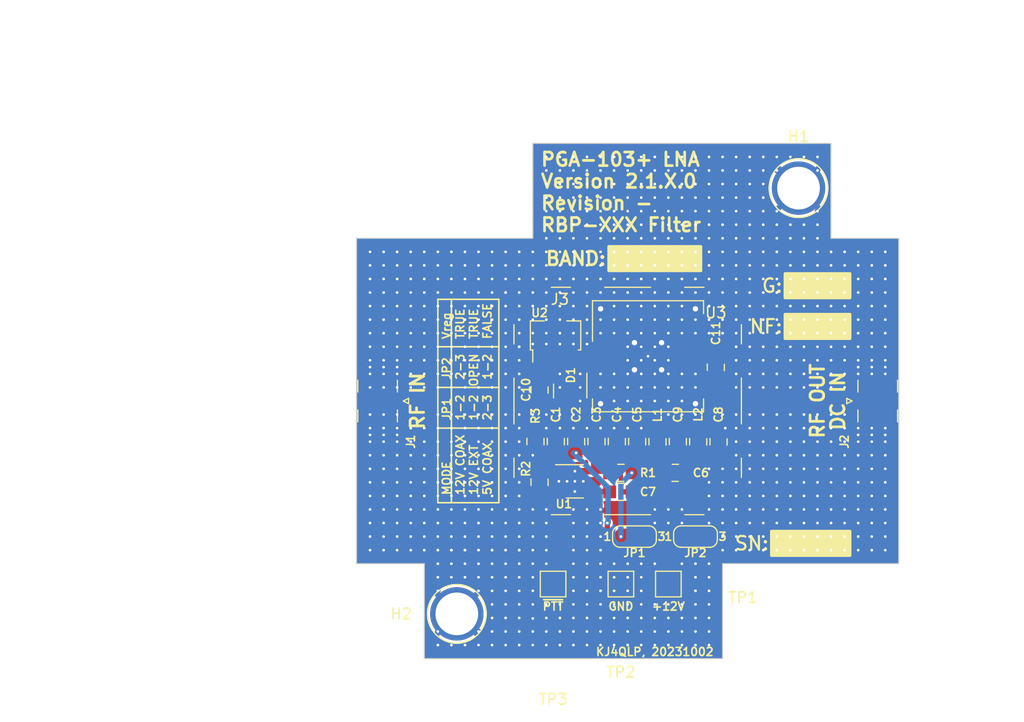
<source format=kicad_pcb>
(kicad_pcb (version 20221018) (generator pcbnew)
  (title_block (title "PGA-103+ Preamplifier, Version 2.1.X.0") (date "2023-10-02") (rev "-") (company "VTGS, GSN-SDA") (comment 1 "Preamplifier for VHF/UHF Satellite Rx") (comment 2 "creativecommons.org/licenses/by/4.0/") (comment 3 "License: CC BY 4.0") (comment 4 "Author: Zach Leffke, KJ4QLP"))
  (layers (0 "F.Cu" signal) (31 "B.Cu" signal) (34 "B.Paste" user) (35 "F.Paste" user) (36 "B.SilkS" user "B.Silkscreen") (37 "F.SilkS" user "F.Silkscreen") (38 "B.Mask" user) (39 "F.Mask" user) (44 "Edge.Cuts" user))
  (net 0 "")
  (net 1 "+12V")
  (net 2 "GND")
  (net 3 "Net-(U1-BP)")
  (net 4 "Net-(JP1-C)")
  (net 5 "Net-(J1-In)")
  (net 6 "+5V")
  (net 7 "Net-(JP1-B)")
  (net 8 "Net-(J2-In)")
  (net 9 "Net-(C10-Pad2)")
  (net 10 "Net-(JP2-C)")
  (net 11 "Net-(U1-EN)")
  (net 12 "Net-(U1-OUT)")
  (net 13 "Net-(U3-OUT)")
  (net 14 "Net-(U3-IN)")
  (footprint "digikey-footprints:0805" (layer "F.Cu") (at 125.095 114.681 180)
    (fp_text reference "C6")
    (fp_text value "0.1uF")
  )
  (footprint "digikey-footprints:0805" (layer "F.Cu") (at 112.395 115.57 -90)
    (fp_text reference "R2")
    (fp_text value "100k")
  )
  (footprint "TestPoint:TestPoint_Plated_Hole_D4.0mm" (layer "F.Cu") (at 104.648 127.889)
    (fp_text reference "H2")
    (fp_text value "Hole")
  )
  (footprint "digikey-footprints:0805" (layer "F.Cu") (at 129.159 111.76 90)
    (fp_text reference "C8")
    (fp_text value "1000pF")
  )
  (footprint "digikey-footprints:0805" (layer "F.Cu") (at 113.919 111.76 -90)
    (fp_text reference "C1")
    (fp_text value "1.0uF")
  )
  (footprint "Jumper:SolderJumper-3_P1.3mm_Open_RoundedPad1.0x1.5mm_NumberLabels" (layer "F.Cu") (at 127 120.65)
    (fp_text reference "JP2")
    (fp_text value "bias-tee")
  )
  (footprint "digikey-footprints:0805" (layer "F.Cu") (at 117.729 111.76 -90)
    (fp_text reference "C3")
    (fp_text value "0.1uF")
  )
  (footprint "digikey-footprints:0805" (layer "F.Cu") (at 112.395 106.9 90)
    (fp_text reference "C10")
    (fp_text value "1000pF")
  )
  (footprint "digikey-footprints:0805" (layer "F.Cu") (at 121.539 111.76 -90)
    (fp_text reference "C5")
    (fp_text value "1.0uF")
  )
  (footprint "TestPoint:TestPoint_Pad_2.0x2.0mm" (layer "F.Cu") (at 124.46 125.095)
    (fp_text reference "TP1")
    (fp_text value "+12V")
  )
  (footprint "Jumper:SolderJumper-3_P1.3mm_Open_RoundedPad1.0x1.5mm_NumberLabels" (layer "F.Cu") (at 121.285 120.65)
    (fp_text reference "JP1")
    (fp_text value "bias-tee")
  )
  (footprint "Connector_Coaxial:SMA_Samtec_SMA-J-P-X-ST-EM1_EdgeMount" (layer "F.Cu") (at 143.9275 107.95 90)
    (fp_text reference "J2")
    (fp_text value "RF_OUT")
  )
  (footprint "Connector_Coaxial:SMA_Samtec_SMA-J-P-X-ST-EM1_EdgeMount" (layer "F.Cu") (at 97.3725 107.95 -90)
    (fp_text reference "J1")
    (fp_text value "RF_IN")
  )
  (footprint "digikey-footprints:0805" (layer "F.Cu") (at 115.824 111.76 -90)
    (fp_text reference "C2")
    (fp_text value "0.1uF")
  )
  (footprint "digikey-footprints:0805" (layer "F.Cu") (at 128.905 104.809 -90)
    (fp_text reference "C11")
    (fp_text value "1000pF")
  )
  (footprint "RF_Mini-Circuits:Mini-Circuits_GP731_LandPatternPL-176" (layer "F.Cu") (at 122.555 103.759)
    (fp_text reference "U3")
    (fp_text value "RBP-140/440")
  )
  (footprint "digikey-footprints:0805" (layer "F.Cu") (at 120.015 116.459 180)
    (fp_text reference "C7")
    (fp_text value "0.1uF")
  )
  (footprint "digikey-footprints:0805" (layer "F.Cu") (at 123.444 111.76 90)
    (fp_text reference "L1")
    (fp_text value "220nH")
  )
  (footprint "TestPoint:TestPoint_Plated_Hole_D4.0mm" (layer "F.Cu") (at 136.652 88.011)
    (fp_text reference "H1")
    (fp_text value "Hole")
  )
  (footprint "digikey-footprints:0805" (layer "F.Cu") (at 119.634 111.76 -90)
    (fp_text reference "C4")
    (fp_text value "10uF")
  )
  (footprint "digikey-footprints:0805" (layer "F.Cu") (at 127.254 111.76 90)
    (fp_text reference "L2")
    (fp_text value "220nH")
  )
  (footprint "digikey-footprints:0805" (layer "F.Cu") (at 120.015 114.681)
    (fp_text reference "R1")
    (fp_text value "10")
  )
  (footprint "Package_TO_SOT_SMD:SOT-23-5" (layer "F.Cu") (at 115.7025 115.475)
    (fp_text reference "U1")
    (fp_text value "SPX3819M5-L-5-0")
  )
  (footprint "Package_TO_SOT_SMD:SOT-23" (layer "F.Cu") (at 115.2675 107.0125 -90)
    (fp_text reference "D1")
    (fp_text value "BAV99")
  )
  (footprint "digikey-footprints:0805" (layer "F.Cu") (at 112.014 111.76 -90)
    (fp_text reference "R3")
    (fp_text value "DNP")
  )
  (footprint "TestPoint:TestPoint_Pad_2.0x2.0mm" (layer "F.Cu") (at 113.665 125.095)
    (fp_text reference "TP3")
    (fp_text value "PTT")
  )
  (footprint "TestPoint:TestPoint_Pad_2.0x2.0mm" (layer "F.Cu") (at 120.015 125.095)
    (fp_text reference "TP2")
    (fp_text value "GND")
  )
  (footprint "Package_TO_SOT_SMD:SOT-89-3" (layer "F.Cu") (at 113.895 101.809 90)
    (fp_text reference "U2")
    (fp_text value "PGA-103")
  )
  (footprint "RF_Shielding:Wuerth_36103205_20x20mm" (layer "F.Cu") (at 120.65 107.95)
    (fp_text reference "J3")
    (fp_text value "RFShield_TwoPieces")
  )
  (footprint "digikey-footprints:0805" (layer "F.Cu") (at 125.349 111.76 -90)
    (fp_text reference "C9")
    (fp_text value "1000pF")
  )
  (gr_line (start 102.87 98.425) (end 108.585 98.425) (stroke (width 0.15)) (layer "F.SilkS"))
  (gr_line (start 108.585 98.425) (end 108.585 117.475) (stroke (width 0.15)) (layer "F.SilkS"))
  (gr_line (start 104.14 98.425) (end 104.14 117.475) (stroke (width 0.15)) (layer "F.SilkS"))
  (gr_line (start 102.87 117.475) (end 108.585 117.475) (stroke (width 0.15)) (layer "F.SilkS"))
  (gr_line (start 102.87 106.68) (end 108.585 106.68) (stroke (width 0.15)) (layer "F.SilkS"))
  (gr_line (start 102.87 110.49) (end 108.585 110.49) (stroke (width 0.15)) (layer "F.SilkS"))
  (gr_line (start 102.87 102.87) (end 108.585 102.87) (stroke (width 0.15)) (layer "F.SilkS"))
  (gr_line (start 102.87 98.425) (end 102.87 117.475) (stroke (width 0.15)) (layer "F.SilkS"))
  (gr_line (start 139.7 92.71) (end 139.7 83.82) (stroke (width 0.1)) (layer "Edge.Cuts"))
  (gr_line (start 101.6 132.08) (end 129.54 132.08) (stroke (width 0.1)) (layer "Edge.Cuts"))
  (gr_line (start 101.6 123.19) (end 101.6 132.08) (stroke (width 0.1)) (layer "Edge.Cuts"))
  (gr_line (start 146.05 92.71) (end 146.05 123.19) (stroke (width 0.1)) (layer "Edge.Cuts"))
  (gr_line (start 129.54 123.19) (end 146.05 123.19) (stroke (width 0.1)) (layer "Edge.Cuts"))
  (gr_line (start 95.25 92.71) (end 95.25 123.19) (stroke (width 0.1)) (layer "Edge.Cuts"))
  (gr_line (start 111.76 83.82) (end 111.76 92.71) (stroke (width 0.1)) (layer "Edge.Cuts"))
  (gr_line (start 111.76 92.71) (end 95.25 92.71) (stroke (width 0.1)) (layer "Edge.Cuts"))
  (gr_line (start 146.05 92.71) (end 139.7 92.71) (stroke (width 0.1)) (layer "Edge.Cuts"))
  (gr_line (start 95.25 123.19) (end 101.6 123.19) (stroke (width 0.1)) (layer "Edge.Cuts"))
  (gr_line (start 129.54 132.08) (end 129.54 123.19) (stroke (width 0.1)) (layer "Edge.Cuts"))
  (gr_line (start 139.7 83.82) (end 111.76 83.82) (stroke (width 0.1)) (layer "Edge.Cuts"))
  (gr_text "TRUE" (at 105.41 102.235 90) (layer "F.SilkS") (effects (font (size 0.762 0.762) (thickness 0.1524) bold) (justify left bottom)))
  (gr_text "RF IN" (at 100.965 107.95 90) (layer "F.SilkS") (effects (font (size 1.27 1.27) (thickness 0.254) bold)))
  (gr_text "+12V" (at 124.46 127.635) (layer "F.SilkS") (effects (font (size 0.762 0.762) (thickness 0.1524) bold) (justify bottom)))
  (gr_text "1-2" (at 107.95 106.045 90) (layer "F.SilkS") (effects (font (size 0.762 0.762) (thickness 0.1524) bold) (justify left bottom)))
  (gr_text "GND" (at 120.015 127.635) (layer "F.SilkS") (effects (font (size 0.762 0.762) (thickness 0.1524) bold) (justify bottom)))
  (gr_text "5V COAX" (at 107.95 116.84 90) (layer "F.SilkS") (effects (font (size 0.762 0.762) (thickness 0.1524) bold) (justify left bottom)))
  (gr_text "1-2" (at 105.41 109.855 90) (layer "F.SilkS") (effects (font (size 0.762 0.762) (thickness 0.1524) bold) (justify left bottom)))
  (gr_text "2-3" (at 107.95 109.855 90) (layer "F.SilkS") (effects (font (size 0.762 0.762) (thickness 0.1524) bold) (justify left bottom)))
  (gr_text "KJ4QLP, 20231002" (at 123.19 131.445) (layer "F.SilkS") (effects (font (size 0.762 0.762) (thickness 0.1524) bold)))
  (gr_text "G:" (at 135.255 97.155) (layer "F.SilkS") (effects (font (size 1.27 1.27) (thickness 0.2032)) (justify right)))
  (gr_text "JP2" (at 104.14 106.045 90) (layer "F.SilkS") (effects (font (size 0.762 0.762) (thickness 0.1524) bold) (justify left bottom)))
  (gr_text "~{PTT}" (at 113.665 127.635) (layer "F.SilkS") (effects (font (size 0.762 0.762) (thickness 0.1524) bold) (justify bottom)))
  (gr_text "RF OUT" (at 138.43 107.95 90) (layer "F.SilkS") (effects (font (size 1.27 1.27) (thickness 0.254) bold)))
  (gr_text "BAND:" (at 118.745 94.615) (layer "F.SilkS") (effects (font (size 1.27 1.27) (thickness 0.254) bold) (justify right)))
  (gr_text "SN:" (at 133.985 121.285) (layer "F.SilkS") (effects (font (size 1.27 1.27) (thickness 0.2032)) (justify right)))
  (gr_text "FALSE" (at 107.95 102.235 90) (layer "F.SilkS") (effects (font (size 0.762 0.762) (thickness 0.1524) bold) (justify left bottom)))
  (gr_text "MODE" (at 104.14 116.84 90) (layer "F.SilkS") (effects (font (size 0.762 0.762) (thickness 0.1524) bold) (justify left bottom)))
  (gr_text "12V COAX" (at 105.41 116.84 90) (layer "F.SilkS") (effects (font (size 0.762 0.762) (thickness 0.1524) bold) (justify left bottom)))
  (gr_text "Vreg" (at 104.14 102.235 90) (layer "F.SilkS") (effects (font (size 0.762 0.762) (thickness 0.1524) bold) (justify left bottom)))
  (gr_text "NF:" (at 135.255 100.965) (layer "F.SilkS") (effects (font (size 1.27 1.27) (thickness 0.2032)) (justify right)))
  (gr_text "JP1" (at 104.14 109.855 90) (layer "F.SilkS") (effects (font (size 0.762 0.762) (thickness 0.1524) bold) (justify left bottom)))
  (gr_text "2-3" (at 105.41 106.045 90) (layer "F.SilkS") (effects (font (size 0.762 0.762) (thickness 0.1524) bold) (justify left bottom)))
  (gr_text "12V EXT" (at 106.68 116.84 90) (layer "F.SilkS") (effects (font (size 0.762 0.762) (thickness 0.1524) bold) (justify left bottom)))
  (gr_text "PGA-103+ LNA\nVersion 2.1.X.0\nRevision -\nRBP-XXX Filter" (at 112.395 88.392) (layer "F.SilkS") (effects (font (size 1.27 1.27) (thickness 0.254) bold) (justify left)))
  (gr_text "OPEN" (at 106.68 106.68 90) (layer "F.SilkS") (effects (font (size 0.762 0.762) (thickness 0.1524) bold) (justify left bottom)))
  (gr_text "DC IN" (at 140.335 107.95 90) (layer "F.SilkS") (effects (font (size 1.27 1.27) (thickness 0.254) bold)))
  (gr_text "1-2" (at 106.68 109.855 90) (layer "F.SilkS") (effects (font (size 0.762 0.762) (thickness 0.1524) bold) (justify left bottom)))
  (gr_text "TRUE" (at 106.68 102.235 90) (layer "F.SilkS") (effects (font (size 0.762 0.762) (thickness 0.1524) bold) (justify left bottom)))
  (segment (start 128.27 121.92) (end 128.27 120.68) (width 0.508) (layer "F.Cu") (net 1))
  (segment (start 113.665 112.81) (end 113.665 114.525) (width 0.508) (layer "F.Cu") (net 1))
  (segment (start 119.38 121.92) (end 118.745 121.285) (width 0.508) (layer "F.Cu") (net 1))
  (segment (start 124.46 121.92) (end 119.38 121.92) (width 0.508) (layer "F.Cu") (net 1))
  (segment (start 128.27 121.92) (end 124.46 121.92) (width 0.508) (layer "F.Cu") (net 1))
  (segment (start 124.46 125.095) (end 124.46 121.92) (width 0.508) (layer "F.Cu") (net 1))
  (segment (start 128.27 120.68) (end 128.3 120.65) (width 0.508) (layer "F.Cu") (net 1))
  (segment (start 112.4 114.525) (end 112.395 114.52) (width 0.508) (layer "F.Cu") (net 1))
  (segment (start 114.565 114.525) (end 113.665 114.525) (width 0.508) (layer "F.Cu") (net 1))
  (segment (start 115.824 112.81) (end 113.919 112.81) (width 1.016) (layer "F.Cu") (net 1))
  (segment (start 118.745 121.285) (end 118.745 119.38) (width 0.508) (layer "F.Cu") (net 1))
  (segment (start 113.665 114.525) (end 112.4 114.525) (width 0.508) (layer "F.Cu") (net 1))
  (via (at 118.745 119.38) (size 0.508) (drill 0.254) (layers "F.Cu" "B.Cu") (net 1))
  (via (at 115.824 112.81) (size 0.508) (drill 0.254) (layers "F.Cu" "B.Cu") (net 1))
  (segment (start 118.745 119.38) (end 118.818 119.307) (width 0.508) (layer "B.Cu") (net 1))
  (segment (start 118.818 119.307) (end 118.818 116.058) (width 0.508) (layer "B.Cu") (net 1))
  (segment (start 118.818 116.058) (end 115.57 112.81) (width 0.508) (layer "B.Cu") (net 1))
  (via (at 129.54 97.79) (size 0.508) (drill 0.254) (layers "F.Cu" "B.Cu") (net 2))
  (via (at 107.95 105.41) (size 0.508) (drill 0.254) (layers "F.Cu" "B.Cu") (net 2))
  (via (at 115.57 123.19) (size 0.508) (drill 0.254) (layers "F.Cu" "B.Cu") (net 2))
  (via (at 110.49 97.79) (size 0.508) (drill 0.254) (layers "F.Cu" "B.Cu") (net 2))
  (via (at 134.62 114.3) (size 0.508) (drill 0.254) (layers "F.Cu" "B.Cu") (net 2))
  (via (at 132.08 85.09) (size 0.508) (drill 0.254) (layers "F.Cu" "B.Cu") (net 2))
  (via (at 96.52 114.3) (size 0.508) (drill 0.254) (layers "F.Cu" "B.Cu") (net 2))
  (via (at 110.49 96.52) (size 0.508) (drill 0.254) (layers "F.Cu" "B.Cu") (net 2))
  (via (at 127 88.9) (size 0.508) (drill 0.254) (layers "F.Cu" "B.Cu") (net 2))
  (via (at 130.81 96.52) (size 0.508) (drill 0.254) (layers "F.Cu" "B.Cu") (net 2))
  (via (at 129.54 85.09) (size 0.508) (drill 0.254) (layers "F.Cu" "B.Cu") (net 2))
  (via (at 119.38 99.06) (size 0.508) (drill 0.254) (layers "F.Cu" "B.Cu") (net 2))
  (via (at 101.6 102.87) (size 0.508) (drill 0.254) (layers "F.Cu" "B.Cu") (net 2))
  (via (at 104.14 115.57) (size 0.508) (drill 0.254) (layers "F.Cu" "B.Cu") (net 2))
  (via (at 135.89 110.49) (size 0.508) (drill 0.254) (layers "F.Cu" "B.Cu") (net 2))
  (via (at 107.95 128.27) (size 0.508) (drill 0.254) (layers "F.Cu" "B.Cu") (net 2))
  (via (at 105.41 99.06) (size 0.508) (drill 0.254) (layers "F.Cu" "B.Cu") (net 2))
  (via (at 102.87 121.92) (size 0.508) (drill 0.254) (layers "F.Cu" "B.Cu") (net 2))
  (via (at 113.03 86.36) (size 0.508) (drill 0.254) (layers "F.Cu" "B.Cu") (net 2))
  (via (at 109.22 127) (size 0.508) (drill 0.254) (layers "F.Cu" "B.Cu") (net 2))
  (via (at 110.49 120.65) (size 0.508) (drill 0.254) (layers "F.Cu" "B.Cu") (net 2))
  (via (at 121.92 125.73) (size 0.508) (drill 0.254) (layers "F.Cu" "B.Cu") (net 2))
  (via (at 119.38 127) (size 0.508) (drill 0.254) (layers "F.Cu" "B.Cu") (net 2))
  (via (at 137.16 101.6) (size 0.508) (drill 0.254) (layers "F.Cu" "B.Cu") (net 2))
  (via (at 100.33 115.57) (size 0.508) (drill 0.254) (layers "F.Cu" "B.Cu") (net 2))
  (via (at 115.57 86.36) (size 0.508) (drill 0.254) (layers "F.Cu" "B.Cu") (net 2))
  (via (at 99.06 99.06) (size 0.508) (drill 0.254) (layers "F.Cu" "B.Cu") (net 2))
  (via (at 140.97 95.25) (size 0.508) (drill 0.254) (layers "F.Cu" "B.Cu") (net 2))
  (via (at 135.89 99.06) (size 0.508) (drill 0.254) (layers "F.Cu" "B.Cu") (net 2))
  (via (at 127 125.73) (size 0.508) (drill 0.254) (layers "F.Cu" "B.Cu") (net 2))
  (via (at 106.68 100.33) (size 0.508) (drill 0.254) (layers "F.Cu" "B.Cu") (net 2))
  (via (at 139.7 110.49) (size 0.508) (drill 0.254) (layers "F.Cu" "B.Cu") (net 2))
  (via (at 132.08 100.33) (size 0.508) (drill 0.254) (layers "F.Cu" "B.Cu") (net 2))
  (via (at 111.76 101.6) (size 0.508) (drill 0.254) (layers "F.Cu" "B.Cu") (net 2))
  (via (at 110.49 125.73) (size 0.508) (drill 0.254) (layers "F.Cu" "B.Cu") (net 2))
  (via (at 132.08 116.84) (size 0.508) (drill 0.254) (layers "F.Cu" "B.Cu") (net 2))
  (via (at 118.11 95.25) (size 0.508) (drill 0.254) (layers "F.Cu" "B.Cu") (net 2))
  (via (at 105.41 115.57) (size 0.508) (drill 0.254) (layers "F.Cu" "B.Cu") (net 2))
  (via (at 96.52 99.06) (size 0.508) (drill 0.254) (layers "F.Cu" "B.Cu") (net 2))
  (via (at 97.79 119.38) (size 0.508) (drill 0.254) (layers "F.Cu" "B.Cu") (net 2))
  (via (at 137.16 97.79) (size 0.508) (drill 0.254) (layers "F.Cu" "B.Cu") (net 2))
  (via (at 133.35 86.36) (size 0.508) (drill 0.254) (layers "F.Cu" "B.Cu") (net 2))
  (via (at 138.43 99.06) (size 0.508) (drill 0.254) (layers "F.Cu" "B.Cu") (net 2))
  (via (at 97.79 118.11) (size 0.508) (drill 0.254) (layers "F.Cu" "B.Cu") (net 2))
  (via (at 96.52 102.87) (size 0.508) (drill 0.254) (layers "F.Cu" "B.Cu") (net 2))
  (via (at 138.43 115.57) (size 0.508) (drill 0.254) (layers "F.Cu" "B.Cu") (net 2))
  (via (at 113.03 127) (size 0.508) (drill 0.254) (layers "F.Cu" "B.Cu") (net 2))
  (via (at 97.79 100.33) (size 0.508) (drill 0.254) (layers "F.Cu" "B.Cu") (net 2))
  (via (at 128.27 99.06) (size 0.508) (drill 0.254) (layers "F.Cu" "B.Cu") (net 2))
  (via (at 135.89 121.92) (size 0.508) (drill 0.254) (layers "F.Cu" "B.Cu") (net 2))
  (via (at 121.92 88.9) (size 0.508) (drill 0.254) (layers "F.Cu" "B.Cu") (net 2))
  (via (at 134.62 110.49) (size 0.508) (drill 0.254) (layers "F.Cu" "B.Cu") (net 2))
  (via (at 129.54 109.22) (size 0.508) (drill 0.254) (layers "F.Cu" "B.Cu") (net 2))
  (via (at 140.97 93.98) (size 0.508) (drill 0.254) (layers "F.Cu" "B.Cu") (net 2))
  (via (at 123.19 91.44) (size 0.508) (drill 0.254) (layers "F.Cu" "B.Cu") (net 2))
  (via (at 133.35 120.65) (size 0.508) (drill 0.254) (layers "F.Cu" "B.Cu") (net 2))
  (via (at 118.11 101.6) (size 0.508) (drill 0.254) (layers "F.Cu" "B.Cu") (net 2))
  (via (at 109.22 116.84) (size 0.508) (drill 0.254) (layers "F.Cu" "B.Cu") (net 2))
  (via (at 104.14 110.49) (size 0.508) (drill 0.254) (layers "F.Cu" "B.Cu") (net 2))
  (via (at 140.97 119.38) (size 0.508) (drill 0.254) (layers "F.Cu" "B.Cu") (net 2))
  (via (at 106.68 125.73) (size 0.508) (drill 0.254) (layers "F.Cu" "B.Cu") (net 2))
  (via (at 135.89 100.33) (size 0.508) (drill 0.254) (layers "F.Cu" "B.Cu") (net 2))
  (via (at 109.22 96.52) (size 0.508) (drill 0.254) (layers "F.Cu" "B.Cu") (net 2))
  (via (at 124.46 106.68) (size 0.508) (drill 0.254) (layers "F.Cu" "B.Cu") (net 2))
  (via (at 104.14 97.79) (size 0.508) (drill 0.254) (layers "F.Cu" "B.Cu") (net 2))
  (via (at 106.68 120.65) (size 0.508) (drill 0.254) (layers "F.Cu" "B.Cu") (net 2))
  (via (at 96.52 115.57) (size 0.508) (drill 0.254) (layers "F.Cu" "B.Cu") (net 2))
  (via (at 139.7 114.3) (size 0.508) (drill 0.254) (layers "F.Cu" "B.Cu") (net 2))
  (via (at 124.46 101.6) (size 0.508) (drill 0.254) (layers "F.Cu" "B.Cu") (net 2))
  (via (at 129.54 93.98) (size 0.508) (drill 0.254) (layers "F.Cu" "B.Cu") (net 2))
  (via (at 118.11 100.33) (size 0.508) (drill 0.254) (layers "F.Cu" "B.Cu") (net 2))
  (via (at 137.16 110.49) (size 0.508) (drill 0.254) (layers "F.Cu" "B.Cu") (net 2))
  (via (at 142.24 99.06) (size 0.508) (drill 0.254) (layers "F.Cu" "B.Cu") (net 2))
  (via (at 119.38 107.95) (size 0.508) (drill 0.254) (layers "F.Cu" "B.Cu") (net 2))
  (via (at 118.11 88.9) (size 0.508) (drill 0.254) (layers "F.Cu" "B.Cu") (net 2))
  (via (at 143.51 99.06) (size 0.508) (drill 0.254) (layers "F.Cu" "B.Cu") (net 2))
  (via (at 140.97 113.03) (size 0.508) (drill 0.254) (layers "F.Cu" "B.Cu") (net 2))
  (via (at 104.14 113.03) (size 0.508) (drill 0.254) (layers "F.Cu" "B.Cu") (net 2))
  (via (at 143.51 100.33) (size 0.508) (drill 0.254) (layers "F.Cu" "B.Cu") (net 2))
  (via (at 113.03 88.9) (size 0.508) (drill 0.254) (layers "F.Cu" "B.Cu") (net 2))
  (via (at 113.03 101.6) (size 0.508) (drill 0.254) (layers "F.Cu" "B.Cu") (net 2))
  (via (at 138.43 85.09) (size 0.508) (drill 0.254) (layers "F.Cu" "B.Cu") (net 2))
  (via (at 101.6 110.49) (size 0.508) (drill 0.254) (layers "F.Cu" "B.Cu") (net 2))
  (via (at 127 101.6) (size 0.508) (drill 0.254) (layers "F.Cu" "B.Cu") (net 2))
  (via (at 106.68 93.98) (size 0.508) (drill 0.254) (layers "F.Cu" "B.Cu") (net 2))
  (via (at 110.49 102.87) (size 0.508) (drill 0.254) (layers "F.Cu" "B.Cu") (net 2))
  (via (at 114.3 106.68) (size 0.508) (drill 0.254) (layers "F.Cu" "B.Cu") (net 2))
  (via (at 143.51 105.41) (size 0.508) (drill 0.254) (layers "F.Cu" "B.Cu") (net 2))
  (via (at 118.11 92.71) (size 0.508) (drill 0.254) (layers "F.Cu" "B.Cu") (net 2))
  (via (at 144.78 114.3) (size 0.508) (drill 0.254) (layers "F.Cu" "B.Cu") (net 2))
  (via (at 114.3 96.52) (size 0.508) (drill 0.254) (layers "F.Cu" "B.Cu") (net 2))
  (via (at 139.7 118.11) (size 0.508) (drill 0.254) (layers "F.Cu" "B.Cu") (net 2))
  (via (at 139.7 116.84) (size 0.508) (drill 0.254) (layers "F.Cu" "B.Cu") (net 2))
  (via (at 116.84 93.98) (size 0.508) (drill 0.254) (layers "F.Cu" "B.Cu") (net 2))
  (via (at 138.43 91.44) (size 0.508) (drill 0.254) (layers "F.Cu" "B.Cu") (net 2))
  (via (at 133.35 93.98) (size 0.508) (drill 0.254) (layers "F.Cu" "B.Cu") (net 2))
  (via (at 128.27 85.09) (size 0.508) (drill 0.254) (layers "F.Cu" "B.Cu") (net 2))
  (via (at 133.35 104.14) (size 0.508) (drill 0.254) (layers "F.Cu" "B.Cu") (net 2))
  (via (at 132.08 104.14) (size 0.508) (drill 0.254) (layers "F.Cu" "B.Cu") (net 2))
  (via (at 119.38 125.73) (size 0.508) (drill 0.254) (layers "F.Cu" "B.Cu") (net 2))
  (via (at 130.81 114.3) (size 0.508) (drill 0.254) (layers "F.Cu" "B.Cu") (net 2))
  (via (at 140.97 109.22) (size 0.508) (drill 0.254) (layers "F.Cu" "B.Cu") (net 2))
  (via (at 106.68 102.87) (size 0.508) (drill 0.254) (layers "F.Cu" "B.Cu") (net 2))
  (via (at 97.79 111.76) (size 0.508) (drill 0.254) (layers "F.Cu" "B.Cu") (net 2))
  (via (at 101.6 111.76) (size 0.508) (drill 0.254) (layers "F.Cu" "B.Cu") (net 2))
  (via (at 115.57 99.06) (size 0.508) (drill 0.254) (layers "F.Cu" "B.Cu") (net 2))
  (via (at 114.207 115.475) (size 0.508) (drill 0.254) (layers "F.Cu" "B.Cu") (net 2))
  (via (at 109.22 100.33) (size 0.508) (drill 0.254) (layers "F.Cu" "B.Cu") (net 2))
  (via (at 111.76 96.52) (size 0.508) (drill 0.254) (layers "F.Cu" "B.Cu") (net 2))
  (via (at 119.38 97.79) (size 0.508) (drill 0.254) (layers "F.Cu" "B.Cu") (net 2))
  (via (at 124.46 129.54) (size 0.508) (drill 0.254) (layers "F.Cu" "B.Cu") (net 2))
  (via (at 121.92 85.09) (size 0.508) (drill 0.254) (layers "F.Cu" "B.Cu") (net 2))
  (via (at 139.7 102.87) (size 0.508) (drill 0.254) (layers "F.Cu" "B.Cu") (net 2))
  (via (at 102.87 116.84) (size 0.508) (drill 0.254) (layers "F.Cu" "B.Cu") (net 2))
  (via (at 128.27 114.3) (size 0.508) (drill 0.254) (layers "F.Cu" "B.Cu") (net 2))
  (via (at 143.51 110.49) (size 0.508) (drill 0.254) (layers "F.Cu" "B.Cu") (net 2))
  (via (at 130.81 97.79) (size 0.508) (drill 0.254) (layers "F.Cu" "B.Cu") (net 2))
  (via (at 118.11 120.65) (size 0.508) (drill 0.254) (layers "F.Cu" "B.Cu") (net 2))
  (via (at 129.54 95.25) (size 0.508) (drill 0.254) (layers "F.Cu" "B.Cu") (net 2))
  (via (at 120.65 101.6) (size 0.508) (drill 0.254) (layers "F.Cu" "B.Cu") (net 2))
  (via (at 113.03 128.27) (size 0.508) (drill 0.254) (layers "F.Cu" "B.Cu") (net 2))
  (via (at 125.73 86.36) (size 0.508) (drill 0.254) (layers "F.Cu" "B.Cu") (net 2))
  (via (at 104.14 121.92) (size 0.508) (drill 0.254) (layers "F.Cu" "B.Cu") (net 2))
  (via (at 106.68 129.54) (size 0.508) (drill 0.254) (layers "F.Cu" "B.Cu") (net 2))
  (via (at 137.16 96.52) (size 0.508) (drill 0.254) (layers "F.Cu" "B.Cu") (net 2))
  (via (at 104.14 101.6) (size 0.508) (drill 0.254) (layers "F.Cu" "B.Cu") (net 2))
  (via (at 118.11 90.17) (size 0.508) (drill 0.254) (layers "F.Cu" "B.Cu") (net 2))
  (via (at 135.89 92.71) (size 0.508) (drill 0.254) (layers "F.Cu" "B.Cu") (net 2))
  (via (at 121.92 93.98) (size 0.508) (drill 0.254) (layers "F.Cu" "B.Cu") (net 2))
  (via (at 123.19 85.09) (size 0.508) (drill 0.254) (layers "F.Cu" "B.Cu") (net 2))
  (via (at 128.27 116.84) (size 0.508) (drill 0.254) (layers "F.Cu" "B.Cu") (net 2))
  (via (at 105.41 120.65) (size 0.508) (drill 0.254) (layers "F.Cu" "B.Cu") (net 2))
  (via (at 142.24 120.65) (size 0.508) (drill 0.254) (layers "F.Cu" "B.Cu") (net 2))
  (via (at 119.38 85.09) (size 0.508) (drill 0.254) (layers "F.Cu" "B.Cu") (net 2))
  (via (at 114.3 128.27) (size 0.508) (drill 0.254) (layers "F.Cu" "B.Cu") (net 2))
  (via (at 116.84 88.9) (size 0.508) (drill 0.254) (layers "F.Cu" "B.Cu") (net 2))
  (via (at 109.22 129.54) (size 0.508) (drill 0.254) (layers "F.Cu" "B.Cu") (net 2))
  (via (at 130.81 93.98) (size 0.508) (drill 0.254) (layers "F.Cu" "B.Cu") (net 2))
  (via (at 111.76 127) (size 0.508) (drill 0.254) (layers "F.Cu" "B.Cu") (net 2))
  (via (at 124.46 130.81) (size 0.508) (drill 0.254) (layers "F.Cu" "B.Cu") (net 2))
  (via (at 104.14 106.68) (size 0.508) (drill 0.254) (layers "F.Cu" "B.Cu") (net 2))
  (via (at 110.49 123.19) (size 0.508) (drill 0.254) (layers "F.Cu" "B.Cu") (net 2))
  (via (at 104.14 124.46) (size 0.508) (drill 0.254) (layers "F.Cu" "B.Cu") (net 2))
  (via (at 127 128.27) (size 0.508) (drill 0.254) (layers "F.Cu" "B.Cu") (net 2))
  (via (at 138.43 101.6) (size 0.508) (drill 0.254) (layers "F.Cu" "B.Cu") (net 2))
  (via (at 116.84 92.71) (size 0.508) (drill 0.254) (layers "F.Cu" "B.Cu") (net 2))
  (via (at 133.35 90.17) (size 0.508) (drill 0.254) (layers "F.Cu" "B.Cu") (net 2))
  (via (at 105.41 119.38) (size 0.508) (drill 0.254) (layers "F.Cu" "B.Cu") (net 2))
  (via (at 111.76 124.46) (size 0.508) (drill 0.254) (layers "F.Cu" "B.Cu") (net 2))
  (via (at 130.81 119.38) (size 0.508) (drill 0.254) (layers "F.Cu" "B.Cu") (net 2))
  (via (at 116.84 87.63) (size 0.508) (drill 0.254) (layers "F.Cu" "B.Cu") (net 2))
  (via (at 139.7 99.06) (size 0.508) (drill 0.254) (layers "F.Cu" "B.Cu") (net 2))
  (via (at 140.97 101.6) (size 0.508) (drill 0.254) (layers "F.Cu" "B.Cu") (net 2))
  (via (at 132.08 91.44) (size 0.508) (drill 0.254) (layers "F.Cu" "B.Cu") (net 2))
  (via (at 133.35 88.9) (size 0.508) (drill 0.254) (layers "F.Cu" "B.Cu") (net 2))
  (via (at 121.92 130.81) (size 0.508) (drill 0.254) (layers "F.Cu" "B.Cu") (net 2))
  (via (at 137.16 102.87) (size 0.508) (drill 0.254) (layers "F.Cu" "B.Cu") (net 2))
  (via (at 123.19 90.17) (size 0.508) (drill 0.254) (layers "F.Cu" "B.Cu") (net 2))
  (via (at 129.54 91.44) (size 0.508) (drill 0.254) (layers "F.Cu" "B.Cu") (net 2))
  (via (at 97.79 113.03) (size 0.508) (drill 0.254) (layers "F.Cu" "B.Cu") (net 2))
  (via (at 135.89 104.14) (size 0.508) (drill 0.254) (layers "F.Cu" "B.Cu") (net 2))
  (via (at 125.73 100.33) (size 0.508) (drill 0.254) (layers "F.Cu" "B.Cu") (net 2))
  (via (at 123.19 88.9) (size 0.508) (drill 0.254) (layers "F.Cu" "B.Cu") (net 2))
  (via (at 116.84 99.06) (size 0.508) (drill 0.254) (layers "F.Cu" "B.Cu") (net 2))
  (via (at 110.49 130.81) (size 0.508) (drill 0.254) (layers "F.Cu" "B.Cu") (net 2))
  (via (at 116.205 105.41) (size 0.508) (drill 0.254) (layers "F.Cu" "B.Cu") (net 2))
  (via (at 113.03 92.71) (size 0.508) (drill 0.254) (layers "F.Cu" "B.Cu") (net 2))
  (via (at 104.14 95.25) (size 0.508) (drill 0.254) (layers "F.Cu" "B.Cu") (net 2))
  (via (at 134.62 99.06) (size 0.508) (drill 0.254) (layers "F.Cu" "B.Cu") (net 2))
  (via (at 115.57 88.9) (size 0.508) (drill 0.254) (layers "F.Cu" "B.Cu") (net 2))
  (via (at 138.43 86.36) (size 0.508) (drill 0.254) (layers "F.Cu" "B.Cu") (net 2))
  (via (at 104.14 119.38) (size 0.508) (drill 0.254) (layers "F.Cu" "B.Cu") (net 2))
  (via (at 125.73 91.44) (size 0.508) (drill 0.254) (layers "F.Cu" "B.Cu") (net 2))
  (via (at 137.16 100.33) (size 0.508) (drill 0.254) (layers "F.Cu" "B.Cu") (net 2))
  (via (at 105.41 121.92) (size 0.508) (drill 0.254) (layers "F.Cu" "B.Cu") (net 2))
  (via (at 99.06 111.125) (size 0.508) (drill 0.254) (layers "F.Cu" "B.Cu") (net 2))
  (via (at 140.97 102.87) (size 0.508) (drill 0.254) (layers "F.Cu" "B.Cu") (net 2))
  (via (at 144.78 115.57) (size 0.508) (drill 0.254) (layers "F.Cu" "B.Cu") (net 2))
  (via (at 127 124.46) (size 0.508) (drill 0.254) (layers "F.Cu" "B.Cu") (net 2))
  (via (at 102.87 120.65) (size 0.508) (drill 0.254) (layers "F.Cu" "B.Cu") (net 2))
  (via (at 109.22 101.6) (size 0.508) (drill 0.254) (layers "F.Cu" "B.Cu") (net 2))
  (via (at 111.76 113.03) (size 0.508) (drill 0.254) (layers "F.Cu" "B.Cu") (net 2))
  (via (at 105.41 109.22) (size 0.508) (drill 0.254) (layers "F.Cu" "B.Cu") (net 2))
  (via (at 116.84 129.54) (size 0.508) (drill 0.254) (layers "F.Cu" "B.Cu") (net 2))
  (via (at 130.81 85.09) (size 0.508) (drill 0.254) (layers "F.Cu" "B.Cu") (net 2))
  (via (at 133.35 113.03) (size 0.508) (drill 0.254) (layers "F.Cu" "B.Cu") (net 2))
  (via (at 142.24 96.52) (size 0.508) (drill 0.254) (layers "F.Cu" "B.Cu") (net 2))
  (via (at 107.95 129.54) (size 0.508) (drill 0.254) (layers "F.Cu" "B.Cu") (net 2))
  (via (at 101.6 113.03) (size 0.508) (drill 0.254) (layers "F.Cu" "B.Cu") (net 2))
  (via (at 132.08 99.06) (size 0.508) (drill 0.254) (layers "F.Cu" "B.Cu") (net 2))
  (via (at 138.43 120.65) (size 0.508) (drill 0.254) (layers "F.Cu" "B.Cu") (net 2))
  (via (at 104.14 130.81) (size 0.508) (drill 0.254) (layers "F.Cu" "B.Cu") (net 2))
  (via (at 138.43 114.3) (size 0.508) (drill 0.254) (layers "F.Cu" "B.Cu") (net 2))
  (via (at 101.6 99.06) (size 0.508) (drill 0.254) (layers "F.Cu" "B.Cu") (net 2))
  (via (at 120.65 95.25) (size 0.508) (drill 0.254) (layers "F.Cu" "B.Cu") (net 2))
  (via (at 101.6 118.11) (size 0.508) (drill 0.254) (layers "F.Cu" "B.Cu") (net 2))
  (via (at 104.14 121.92) (size 0.508) (drill 0.254) (layers "F.Cu" "B.Cu") (net 2))
  (via (at 144.78 95.25) (size 0.508) (drill 0.254) (layers "F.Cu" "B.Cu") (net 2))
  (via (at 104.14 123.19) (size 0.508) (drill 0.254) (layers "F.Cu" "B.Cu") (net 2))
  (via (at 144.78 104.775) (size 0.508) (drill 0.254) (layers "F.Cu" "B.Cu") (net 2))
  (via (at 143.51 115.57) (size 0.508) (drill 0.254) (layers "F.Cu" "B.Cu") (net 2))
  (via (at 109.22 124.46) (size 0.508) (drill 0.254) (layers "F.Cu" "B.Cu") (net 2))
  (via (at 116.84 96.52) (size 0.508) (drill 0.254) (layers "F.Cu" "B.Cu") (net 2))
  (via (at 118.11 125.73) (size 0.508) (drill 0.254) (layers "F.Cu" "B.Cu") (net 2))
  (via (at 125.73 118.11) (size 0.508) (drill 0.254) (layers "F.Cu" "B.Cu") (net 2))
  (via (at 106.68 123.19) (size 0.508) (drill 0.254) (layers "F.Cu" "B.Cu") (net 2))
  (via (at 97.79 116.84) (size 0.508) (drill 0.254) (layers "F.Cu" "B.Cu") (net 2))
  (via (at 116.84 124.46) (size 0.508) (drill 0.254) (layers "F.Cu" "B.Cu") (net 2))
  (via (at 105.41 118.11) (size 0.508) (drill 0.254) (layers "F.Cu" "B.Cu") (net 2))
  (via (at 104.14 111.76) (size 0.508) (drill 0.254) (layers "F.Cu" "B.Cu") (net 2))
  (via (at 116.84 97.79) (size 0.508) (drill 0.254) (layers "F.Cu" "B.Cu") (net 2))
  (via (at 128.27 125.73) (size 0.508) (drill 0.254) (layers "F.Cu" "B.Cu") (net 2))
  (via (at 111.76 121.92) (size 0.508) (drill 0.254) (layers "F.Cu" "B.Cu") (net 2))
  (via (at 139.7 120.65) (size 0.508) (drill 0.254) (layers "F.Cu" "B.Cu") (net 2))
  (via (at 127 105.41) (size 0.508) (drill 0.254) (layers "F.Cu" "B.Cu") (net 2))
  (via (at 142.24 102.87) (size 0.508) (drill 0.254) (layers "F.Cu" "B.Cu") (net 2))
  (via (at 142.24 111.76) (size 0.508) (drill 0.254) (layers "F.Cu" "B.Cu") (net 2))
  (via (at 109.22 104.14) (size 0.508) (drill 0.254) (layers "F.Cu" "B.Cu") (net 2))
  (via (at 142.24 111.125) (size 0.508) (drill 0.254) (layers "F.Cu" "B.Cu") (net 2))
  (via (at 116.84 127) (size 0.508) (drill 0.254) (layers "F.Cu" "B.Cu") (net 2))
  (via (at 142.24 116.84) (size 0.508) (drill 0.254) (layers "F.Cu" "B.Cu") (net 2))
  (via (at 102.87 109.22) (size 0.508) (drill 0.254) (layers "F.Cu" "B.Cu") (net 2))
  (via (at 99.06 109.22) (size 0.508) (drill 0.254) (layers "F.Cu" "B.Cu") (net 2))
  (via (at 130.81 110.49) (size 0.508) (drill 0.254) (layers "F.Cu" "B.Cu") (net 2))
  (via (at 106.68 121.92) (size 0.508) (drill 0.254) (layers "F.Cu" "B.Cu") (net 2))
  (via (at 130.81 91.44) (size 0.508) (drill 0.254) (layers "F.Cu" "B.Cu") (net 2))
  (via (at 129.54 92.71) (size 0.508) (drill 0.254) (layers "F.Cu" "B.Cu") (net 2))
  (via (at 116.84 110.49) (size 0.508) (drill 0.254) (layers "F.Cu" "B.Cu") (net 2))
  (via (at 110.49 114.3) (size 0.508) (drill 0.254) (layers "F.Cu" "B.Cu") (net 2))
  (via (at 100.33 96.52) (size 0.508) (drill 0.254) (layers "F.Cu" "B.Cu") (net 2))
  (via (at 120.65 93.98) (size 0.508) (drill 0.254) (layers "F.Cu" "B.Cu") (net 2))
  (via (at 111.76 119.38) (size 0.508) (drill 0.254) (layers "F.Cu" "B.Cu") (net 2))
  (via (at 132.08 92.71) (size 0.508) (drill 0.254) (layers "F.Cu" "B.Cu") (net 2))
  (via (at 142.24 115.57) (size 0.508) (drill 0.254) (layers "F.Cu" "B.Cu") (net 2))
  (via (at 124.46 86.36) (size 0.508) (drill 0.254) (layers "F.Cu" "B.Cu") (net 2))
  (via (at 120.65 105.41) (size 0.508) (drill 0.254) (layers "F.Cu" "B.Cu") (net 2))
  (via (at 107.95 109.22) (size 0.508) (drill 0.254) (layers "F.Cu" "B.Cu") (net 2))
  (via (at 99.06 114.3) (size 0.508) (drill 0.254) (layers "F.Cu" "B.Cu") (net 2))
  (via (at 110.49 121.92) (size 0.508) (drill 0.254) (layers "F.Cu" "B.Cu") (net 2))
  (via (at 119.38 129.54) (size 0.508) (drill 0.254) (layers "F.Cu" "B.Cu") (net 2))
  (via (at 127 96.52) (size 0.508) (drill 0.254) (layers "F.Cu" "B.Cu") (net 2))
  (via (at 109.22 125.73) (size 0.508) (drill 0.254) (layers "F.Cu" "B.Cu") (net 2))
  (via (at 140.97 120.65) (size 0.508) (drill 0.254) (layers "F.Cu" "B.Cu") (net 2))
  (via (at 127 86.36) (size 0.508) (drill 0.254) (layers "F.Cu" "B.Cu") (net 2))
  (via (at 123.19 99.06) (size 0.508) (drill 0.254) (layers "F.Cu" "B.Cu") (net 2))
  (via (at 107.95 125.73) (size 0.508) (drill 0.254) (layers "F.Cu" "B.Cu") (net 2))
  (via (at 128.27 101.6) (size 0.508) (drill 0.254) (layers "F.Cu" "B.Cu") (net 2))
  (via (at 115.57 128.27) (size 0.508) (drill 0.254) (layers "F.Cu" "B.Cu") (net 2))
  (via (at 104.14 120.65) (size 0.508) (drill 0.254) (layers "F.Cu" "B.Cu") (net 2))
  (via (at 115.57 125.73) (size 0.508) (drill 0.254) (layers "F.Cu" "B.Cu") (net 2))
  (via (at 142.24 119.38) (size 0.508) (drill 0.254) (layers "F.Cu" "B.Cu") (net 2))
  (via (at 138.43 97.79) (size 0.508) (drill 0.254) (layers "F.Cu" "B.Cu") (net 2))
  (via (at 120.65 123.19) (size 0.508) (drill 0.254) (layers "F.Cu" "B.Cu") (net 2))
  (via (at 134.62 111.76) (size 0.508) (drill 0.254) (layers "F.Cu" "B.Cu") (net 2))
  (via (at 124.46 104.14) (size 0.508) (drill 0.254) (layers "F.Cu" "B.Cu") (net 2))
  (via (at 128.27 119.38) (size 0.508) (drill 0.254) (layers "F.Cu" "B.Cu") (net 2))
  (via (at 128.27 124.46) (size 0.508) (drill 0.254) (layers "F.Cu" "B.Cu") (net 2))
  (via (at 96.52 100.33) (size 0.508) (drill 0.254) (layers "F.Cu" "B.Cu") (net 2))
  (via (at 144.78 102.87) (size 0.508) (drill 0.254) (layers "F.Cu" "B.Cu") (net 2))
  (via (at 115.7025 114.525) (size 0.508) (drill 0.254) (layers "F.Cu" "B.Cu") (net 2))
  (via (at 123.19 100.33) (size 0.508) (drill 0.254) (layers "F.Cu" "B.Cu") (net 2))
  (via (at 99.06 105.41) (size 0.508) (drill 0.254) (layers "F.Cu" "B.Cu") (net 2))
  (via (at 118.11 106.68) (size 0.508) (drill 0.254) (layers "F.Cu" "B.Cu") (net 2))
  (via (at 118.11 85.09) (size 0.508) (drill 0.254) (layers "F.Cu" "B.Cu") (net 2))
  (via (at 143.51 111.76) (size 0.508) (drill 0.254) (layers "F.Cu" "B.Cu") (net 2))
  (via (at 127 130.81) (size 0.508) (drill 0.254) (layers "F.Cu" "B.Cu") (net 2))
  (via (at 102.87 106.68) (size 0.508) (drill 0.254) (layers "F.Cu" "B.Cu") (net 2))
  (via (at 134.62 121.92) (size 0.508) (drill 0.254) (layers "F.Cu" "B.Cu") (net 2))
  (via (at 107.95 95.25) (size 0.508) (drill 0.254) (layers "F.Cu" "B.Cu") (net 2))
  (via (at 144.78 101.6) (size 0.508) (drill 0.254) (layers "F.Cu" "B.Cu") (net 2))
  (via (at 130.81 115.57) (size 0.508) (drill 0.254) (layers "F.Cu" "B.Cu") (net 2))
  (via (at 132.08 96.52) (size 0.508) (drill 0.254) (layers "F.Cu" "B.Cu") (net 2))
  (via (at 137.16 104.14) (size 0.508) (drill 0.254) (layers "F.Cu" "B.Cu") (net 2))
  (via (at 137.16 120.65) (size 0.508) (drill 0.254) (layers "F.Cu" "B.Cu") (net 2))
  (via (at 110.49 102.87) (size 0.508) (drill 0.254) (layers "F.Cu" "B.Cu") (net 2))
  (via (at 130.81 116.84) (size 0.508) (drill 0.254) (layers "F.Cu" "B.Cu") (net 2))
  (via (at 139.7 115.57) (size 0.508) (drill 0.254) (layers "F.Cu" "B.Cu") (net 2))
  (via (at 97.79 101.6) (size 0.508) (drill 0.254) (layers "F.Cu" "B.Cu") (net 2))
  (via (at 143.51 104.775) (size 0.508) (drill 0.254) (layers "F.Cu" "B.Cu") (net 2))
  (via (at 142.24 110.49) (size 0.508) (drill 0.254) (layers "F.Cu" "B.Cu") (net 2))
  (via (at 109.22 123.19) (size 0.508) (drill 0.254) (layers "F.Cu" "B.Cu") (net 2))
  (via (at 97.79 121.92) (size 0.508) (drill 0.254) (layers "F.Cu" "B.Cu") (net 2))
  (via (at 106.68 104.14) (size 0.508) (drill 0.254) (layers "F.Cu" "B.Cu") (net 2))
  (via (at 116.205 106.68) (size 0.508) (drill 0.254) (layers "F.Cu" "B.Cu") (net 2))
  (via (at 143.51 95.25) (size 0.508) (drill 0.254) (layers "F.Cu" "B.Cu") (net 2))
  (via (at 130.81 101.6) (size 0.508) (drill 0.254) (layers "F.Cu" "B.Cu") (net 2))
  (via (at 133.35 99.06) (size 0.508) (drill 0.254) (layers "F.Cu" "B.Cu") (net 2))
  (via (at 120.65 110.49) (size 0.508) (drill 0.254) (layers "F.Cu" "B.Cu") (net 2))
  (via (at 125.73 93.98) (size 0.508) (drill 0.254) (layers "F.Cu" "B.Cu") (net 2))
  (via (at 134.62 109.22) (size 0.508) (drill 0.254) (layers "F.Cu" "B.Cu") (net 2))
  (via (at 111.76 100.33) (size 0.508) (drill 0.254) (layers "F.Cu" "B.Cu") (net 2))
  (via (at 132.08 86.36) (size 0.508) (drill 0.254) (layers "F.Cu" "B.Cu") (net 2))
  (via (at 120.65 128.27) (size 0.508) (drill 0.254) (layers "F.Cu" "B.Cu") (net 2))
  (via (at 109.22 99.06) (size 0.508) (drill 0.254) (layers "F.Cu" "B.Cu") (net 2))
  (via (at 105.41 116.84) (size 0.508) (drill 0.254) (layers "F.Cu" "B.Cu") (net 2))
  (via (at 101.6 95.25) (size 0.508) (drill 0.254) (layers "F.Cu" "B.Cu") (net 2))
  (via (at 120.65 85.09) (size 0.508) (drill 0.254) (layers "F.Cu" "B.Cu") (net 2))
  (via (at 138.43 121.92) (size 0.508) (drill 0.254) (layers "F.Cu" "B.Cu") (net 2))
  (via (at 137.16 85.09) (size 0.508) (drill 0.254) (layers "F.Cu" "B.Cu") (net 2))
  (via (at 100.33 95.25) (size 0.508) (drill 0.254) (layers "F.Cu" "B.Cu") (net 2))
  (via (at 137.16 113.03) (size 0.508) (drill 0.254) (layers "F.Cu" "B.Cu") (net 2))
  (via (at 96.52 119.38) (size 0.508) (drill 0.254) (layers "F.Cu" "B.Cu") (net 2))
  (via (at 127 91.44) (size 0.508) (drill 0.254) (layers "F.Cu" "B.Cu") (net 2))
  (via (at 130.81 105.41) (size 0.508) (drill 0.254) (layers "F.Cu" "B.Cu") (net 2))
  (via (at 100.33 111.76) (size 0.508) (drill 0.254) (layers "F.Cu" "B.Cu") (net 2))
  (via (at 111.76 120.65) (size 0.508) (drill 0.254) (layers "F.Cu" "B.Cu") (net 2))
  (via (at 100.33 102.87) (size 0.508) (drill 0.254) (layers "F.Cu" "B.Cu") (net 2))
  (via (at 102.87 110.49) (size 0.508) (drill 0.254) (layers "F.Cu" "B.Cu") (net 2))
  (via (at 105.41 130.81) (size 0.508) (drill 0.254) (layers "F.Cu" "B.Cu") (net 2))
  (via (at 144.78 110.49) (size 0.508) (drill 0.254) (layers "F.Cu" "B.Cu") (net 2))
  (via (at 127 100.33) (size 0.508) (drill 0.254) (layers "F.Cu" "B.Cu") (net 2))
  (via (at 105.41 100.33) (size 0.508) (drill 0.254) (layers "F.Cu" "B.Cu") (net 2))
  (via (at 121.92 107.95) (size 0.508) (drill 0.254) (layers "F.Cu" "B.Cu") (net 2))
  (via (at 110.49 113.03) (size 0.508) (drill 0.254) (layers "F.Cu" "B.Cu") (net 2))
  (via (at 128.27 128.27) (size 0.508) (drill 0.254) (layers "F.Cu" "B.Cu") (net 2))
  (via (at 106.68 124.46) (size 0.508) (drill 0.254) (layers "F.Cu" "B.Cu") (net 2))
  (via (at 100.33 110.49) (size 0.508) (drill 0.254) (layers "F.Cu" "B.Cu") (net 2))
  (via (at 115.57 92.71) (size 0.508) (drill 0.254) (layers "F.Cu" "B.Cu") (net 2))
  (via (at 133.35 114.3) (size 0.508) (drill 0.254) (layers "F.Cu" "B.Cu") (net 2))
  (via (at 116.84 119.38) (size 0.508) (drill 0.254) (layers "F.Cu" "B.Cu") (net 2))
  (via (at 137.16 119.38) (size 0.508) (drill 0.254) (layers "F.Cu" "B.Cu") (net 2))
  (via (at 144.78 120.65) (size 0.508) (drill 0.254) (layers "F.Cu" "B.Cu") (net 2))
  (via (at 114.969 115.475) (size 0.508) (drill 0.254) (layers "F.Cu" "B.Cu") (net 2))
  (via (at 114.3 93.98) (size 0.508) (drill 0.254) (layers "F.Cu" "B.Cu") (net 2))
  (via (at 116.84 100.33) (size 0.508) (drill 0.254) (layers "F.Cu" "B.Cu") (net 2))
  (via (at 97.79 104.14) (size 0.508) (drill 0.254) (layers "F.Cu" "B.Cu") (net 2))
  (via (at 130.81 113.03) (size 0.508) (drill 0.254) (layers "F.Cu" "B.Cu") (net 2))
  (via (at 137.16 105.41) (size 0.508) (drill 0.254) (layers "F.Cu" "B.Cu") (net 2))
  (via (at 101.6 101.6) (size 0.508) (drill 0.254) (layers "F.Cu" "B.Cu") (net 2))
  (via (at 138.43 92.71) (size 0.508) (drill 0.254) (layers "F.Cu" "B.Cu") (net 2))
  (via (at 109.22 119.38) (size 0.508) (drill 0.254) (layers "F.Cu" "B.Cu") (net 2))
  (via (at 109.22 110.49) (size 0.508) (drill 0.254) (layers "F.Cu" "B.Cu") (net 2))
  (via (at 114.3 87.63) (size 0.508) (drill 0.254) (layers "F.Cu" "B.Cu") (net 2))
  (via (at 97.79 120.65) (size 0.508) (drill 0.254) (layers "F.Cu" "B.Cu") (net 2))
  (via (at 107.95 97.79) (size 0.508) (drill 0.254) (layers "F.Cu" "B.Cu") (net 2))
  (via (at 107.95 113.03) (size 0.508) (drill 0.254) (layers "F.Cu" "B.Cu") (net 2))
  (via (at 133.35 102.87) (size 0.508) (drill 0.254) (layers "F.Cu" "B.Cu") (net 2))
  (via (at 142.24 93.98) (size 0.508) (drill 0.254) (layers "F.Cu" "B.Cu") (net 2))
  (via (at 130.81 106.68) (size 0.508) (drill 0.254) (layers "F.Cu" "B.Cu") (net 2))
  (via (at 99.06 95.25) (size 0.508) (drill 0.254) (layers "F.Cu" "B.Cu") (net 2))
  (via (at 100.33 113.03) (size 0.508) (drill 0.254) (layers "F.Cu" "B.Cu") (net 2))
  (via (at 138.43 95.25) (size 0.508) (drill 0.254) (layers "F.Cu" "B.Cu") (net 2))
  (via (at 128.27 115.57) (size 0.508) (drill 0.254) (layers "F.Cu" "B.Cu") (net 2))
  (via (at 139.7 100.33) (size 0.508) (drill 0.254) (layers "F.Cu" "B.Cu") (net 2))
  (via (at 110.49 99.06) (size 0.508) (drill 0.254) (layers "F.Cu" "B.Cu") (net 2))
  (via (at 110.49 105.41) (size 0.508) (drill 0.254) (layers "F.Cu" "B.Cu") (net 2))
  (via (at 134.62 118.11) (size 0.508) (drill 0.254) (layers "F.Cu" "B.Cu") (net 2))
  (via (at 107.95 115.57) (size 0.508) (drill 0.254) (layers "F.Cu" "B.Cu") (net 2))
  (via (at 133.35 116.84) (size 0.508) (drill 0.254) (layers "F.Cu" "B.Cu") (net 2))
  (via (at 119.38 96.52) (size 0.508) (drill 0.254) (layers "F.Cu" "B.Cu") (net 2))
  (via (at 118.11 105.41) (size 0.508) (drill 0.254) (layers "F.Cu" "B.Cu") (net 2))
  (via (at 124.46 93.98) (size 0.508) (drill 0.254) (layers "F.Cu" "B.Cu") (net 2))
  (via (at 124.46 105.41) (size 0.508) (drill 0.254) (layers "F.Cu" "B.Cu") (net 2))
  (via (at 96.52 121.92) (size 0.508) (drill 0.254) (layers "F.Cu" "B.Cu") (net 2))
  (via (at 118.11 118.11) (size 0.508) (drill 0.254) (layers "F.Cu" "B.Cu") (net 2))
  (via (at 143.51 104.14) (size 0.508) (drill 0.254) (layers "F.Cu" "B.Cu") (net 2))
  (via (at 105.41 111.76) (size 0.508) (drill 0.254) (layers "F.Cu" "B.Cu") (net 2))
  (via (at 104.14 102.87) (size 0.508) (drill 0.254) (layers "F.Cu" "B.Cu") (net 2))
  (via (at 96.52 113.03) (size 0.508) (drill 0.254) (layers "F.Cu" "B.Cu") (net 2))
  (via (at 134.62 119.38) (size 0.508) (drill 0.254) (layers "F.Cu" "B.Cu") (net 2))
  (via (at 110.49 129.54) (size 0.508) (drill 0.254) (layers "F.Cu" "B.Cu") (net 2))
  (via (at 102.87 99.06) (size 0.508) (drill 0.254) (layers "F.Cu" "B.Cu") (net 2))
  (via (at 134.62 113.03) (size 0.508) (drill 0.254) (layers "F.Cu" "B.Cu") (net 2))
  (via (at 121.92 128.27) (size 0.508) (drill 0.254) (layers "F.Cu" "B.Cu") (net 2))
  (via (at 104.14 109.22) (size 0.508) (drill 0.254) (layers "F.Cu" "B.Cu") (net 2))
  (via (at 96.52 120.65) (size 0.508) (drill 0.254) (layers "F.Cu" "B.Cu") (net 2))
  (via (at 104.14 114.3) (size 0.508) (drill 0.254) (layers "F.Cu" "B.Cu") (net 2))
  (via (at 128.27 127) (size 0.508) (drill 0.254) (layers "F.Cu" "B.Cu") (net 2))
  (via (at 106.68 130.81) (size 0.508) (drill 0.254) (layers "F.Cu" "B.Cu") (net 2))
  (via (at 139.7 121.92) (size 0.508) (drill 0.254) (layers "F.Cu" "B.Cu") (net 2))
  (via (at 104.14 105.41) (size 0.508) (drill 0.254) (layers "F.Cu" "B.Cu") (net 2))
  (via (at 134.62 100.33) (size 0.508) (drill 0.254) (layers "F.Cu" "B.Cu") (net 2))
  (via (at 128.27 90.17) (size 0.508) (drill 0.254) (layers "F.Cu" "B.Cu") (net 2))
  (via (at 102.87 95.25) (size 0.508) (drill 0.254) (layers "F.Cu" "B.Cu") (net 2))
  (via (at 124.46 87.63) (size 0.508) (drill 0.254) (layers "F.Cu" "B.Cu") (net 2))
  (via (at 123.19 97.79) (size 0.508) (drill 0.254) (layers "F.Cu" "B.Cu") (net 2))
  (via (at 129.54 118.11) (size 0.508) (drill 0.254) (layers "F.Cu" "B.Cu") (net 2))
  (via (at 132.08 95.25) (size 0.508) (drill 0.254) (layers "F.Cu" "B.Cu") (net 2))
  (via (at 99.06 113.03) (size 0.508) (drill 0.254) (layers "F.Cu" "B.Cu") (net 2))
  (via (at 105.41 95.25) (size 0.508) (drill 0.254) (layers "F.Cu" "B.Cu") (net 2))
  (via (at 116.84 125.73) (size 0.508) (drill 0.254) (layers "F.Cu" "B.Cu") (net 2))
  (via (at 132.08 102.87) (size 0.508) (drill 0.254) (layers "F.Cu" "B.Cu") (net 2))
  (via (at 134.62 115.57) (size 0.508) (drill 0.254) (layers "F.Cu" "B.Cu") (net 2))
  (via (at 119.38 93.98) (size 0.508) (drill 0.254) (layers "F.Cu" "B.Cu") (net 2))
  (via (at 130.81 92.71) (size 0.508) (drill 0.254) (layers "F.Cu" "B.Cu") (net 2))
  (via (at 102.87 123.19) (size 0.508) (drill 0.254) (layers "F.Cu" "B.Cu") (net 2))
  (via (at 109.22 118.11) (size 0.508) (drill 0.254) (layers "F.Cu" "B.Cu") (net 2))
  (via (at 135.89 96.52) (size 0.508) (drill 0.254) (layers "F.Cu" "B.Cu") (net 2))
  (via (at 119.38 91.44) (size 0.508) (drill 0.254) (layers "F.Cu" "B.Cu") (net 2))
  (via (at 118.11 127) (size 0.508) (drill 0.254) (layers "F.Cu" "B.Cu") (net 2))
  (via (at 109.22 115.57) (size 0.508) (drill 0.254) (layers "F.Cu" "B.Cu") (net 2))
  (via (at 109.22 128.27) (size 0.508) (drill 0.254) (layers "F.Cu" "B.Cu") (net 2))
  (via (at 130.81 109.22) (size 0.508) (drill 0.254) (layers "F.Cu" "B.Cu") (net 2))
  (via (at 96.52 95.25) (size 0.508) (drill 0.254) (layers "F.Cu" "B.Cu") (net 2))
  (via (at 114.3 127) (size 0.508) (drill 0.254) (layers "F.Cu" "B.Cu") (net 2))
  (via (at 142.24 121.92) (size 0.508) (drill 0.254) (layers "F.Cu" "B.Cu") (net 2))
  (via (at 115.57 96.52) (size 0.508) (drill 0.254) (layers "F.Cu" "B.Cu") (net 2))
  (via (at 125.73 130.81) (size 0.508) (drill 0.254) (layers "F.Cu" "B.Cu") (net 2))
  (via (at 102.87 93.98) (size 0.508) (drill 0.254) (layers "F.Cu" "B.Cu") (net 2))
  (via (at 124.46 109.22) (size 0.508) (drill 0.254) (layers "F.Cu" "B.Cu") (net 2))
  (via (at 99.06 102.87) (size 0.508) (drill 0.254) (layers "F.Cu" "B.Cu") (net 2))
  (via (at 125.73 129.54) (size 0.508) (drill 0.254) (layers "F.Cu" "B.Cu") (net 2))
  (via (at 111.76 99.06) (size 0.508) (drill 0.254) (layers "F.Cu" "B.Cu") (net 2))
  (via (at 129.54 96.52) (size 0.508) (drill 0.254) (layers "F.Cu" "B.Cu") (net 2))
  (via (at 115.57 129.54) (size 0.508) (drill 0.254) (layers "F.Cu" "B.Cu") (net 2))
  (via (at 113.03 129.54) (size 0.508) (drill 0.254) (layers "F.Cu" "B.Cu") (net 2))
  (via (at 133.35 96.52) (size 0.508) (drill 0.254) (layers "F.Cu" "B.Cu") (net 2))
  (via (at 138.43 93.98) (size 0.508) (drill 0.254) (layers "F.Cu" "B.Cu") (net 2))
  (via (at 116.84 91.44) (size 0.508) (drill 0.254) (layers "F.Cu" "B.Cu") (net 2))
  (via (at 115.57 87.63) (size 0.508) (drill 0.254) (layers "F.Cu" "B.Cu") (net 2))
  (via (at 102.87 125.73) (size 0.508) (drill 0.254) (layers "F.Cu" "B.Cu") (net 2))
  (via (at 105.41 110.49) (size 0.508) (drill 0.254) (layers "F.Cu" "B.Cu") (net 2))
  (via (at 99.06 110.49) (size 0.508) (drill 0.254) (layers "F.Cu" "B.Cu") (net 2))
  (via (at 125.73 107.95) (size 0.508) (drill 0.254) (layers "F.Cu" "B.Cu") (net 2))
  (via (at 97.79 109.22) (size 0.508) (drill 0.254) (layers "F.Cu" "B.Cu") (net 2))
  (via (at 130.81 90.17) (size 0.508) (drill 0.254) (layers "F.Cu" "B.Cu") (net 2))
  (via (at 127 92.71) (size 0.508) (drill 0.254) (layers "F.Cu" "B.Cu") (net 2))
  (via (at 106.68 99.06) (size 0.508) (drill 0.254) (layers "F.Cu" "B.Cu") (net 2))
  (via (at 135.89 102.87) (size 0.508) (drill 0.254) (layers "F.Cu" "B.Cu") (net 2))
  (via (at 144.78 97.79) (size 0.508) (drill 0.254) (layers "F.Cu" "B.Cu") (net 2))
  (via (at 121.92 101.6) (size 0.508) (drill 0.254) (layers "F.Cu" "B.Cu") (net 2))
  (via (at 120.65 106.68) (size 0.508) (drill 0.254) (layers "F.Cu" "B.Cu") (net 2))
  (via (at 105.41 105.41) (size 0.508) (drill 0.254) (layers "F.Cu" "B.Cu") (net 2))
  (via (at 123.19 106.68) (size 0.508) (drill 0.254) (layers "F.Cu" "B.Cu") (net 2))
  (via (at 133.35 87.63) (size 0.508) (drill 0.254) (layers "F.Cu" "B.Cu") (net 2))
  (via (at 133.35 110.49) (size 0.508) (drill 0.254) (layers "F.Cu" "B.Cu") (net 2))
  (via (at 106.68 115.57) (size 0.508) (drill 0.254) (layers "F.Cu" "B.Cu") (net 2))
  (via (at 134.62 95.25) (size 0.508) (drill 0.254) (layers "F.Cu" "B.Cu") (net 2))
  (via (at 102.87 114.3) (size 0.508) (drill 0.254) (layers "F.Cu" "B.Cu") (net 2))
  (via (at 109.22 93.98) (size 0.508) (drill 0.254) (layers "F.Cu" "B.Cu") (net 2))
  (via (at 127 90.17) (size 0.508) (drill 0.254) (layers "F.Cu" "B.Cu") (net 2))
  (via (at 101.6 114.3) (size 0.508) (drill 0.254) (layers "F.Cu" "B.Cu") (net 2))
  (via (at 137.16 92.71) (size 0.508) (drill 0.254) (layers "F.Cu" "B.Cu") (net 2))
  (via (at 129.54 120.65) (size 0.508) (drill 0.254) (layers "F.Cu" "B.Cu") (net 2))
  (via (at 124.46 97.79) (size 0.508) (drill 0.254) (layers "F.Cu" "B.Cu") (net 2))
  (via (at 135.89 111.76) (size 0.508) (drill 0.254) (layers "F.Cu" "B.Cu") (net 2))
  (via (at 101.6 93.98) (size 0.508) (drill 0.254) (layers "F.Cu" "B.Cu") (net 2))
  (via (at 114.3 129.54) (size 0.508) (drill 0.254) (layers "F.Cu" "B.Cu") (net 2))
  (via (at 99.06 120.65) (size 0.508) (drill 0.254) (layers "F.Cu" "B.Cu") (net 2))
  (via (at 107.95 93.98) (size 0.508) (drill 0.254) (layers "F.Cu" "B.Cu") (net 2))
  (via (at 142.24 104.775) (size 0.508) (drill 0.254) (layers "F.Cu" "B.Cu") (net 2))
  (via (at 101.6 105.41) (size 0.508) (drill 0.254) (layers "F.Cu" "B.Cu") (net 2))
  (via (at 96.52 109.22) (size 0.508) (drill 0.254) (layers "F.Cu" "B.Cu") (net 2))
  (via (at 119.38 130.81) (size 0.508) (drill 0.254) (layers "F.Cu" "B.Cu") (net 2))
  (via (at 137.16 118.11) (size 0.508) (drill 0.254) (layers "F.Cu" "B.Cu") (net 2))
  (via (at 128.27 92.71) (size 0.508) (drill 0.254) (layers "F.Cu" "B.Cu") (net 2))
  (via (at 106.68 116.84) (size 0.508) (drill 0.254) (layers "F.Cu" "B.Cu") (net 2))
  (via (at 107.95 110.49) (size 0.508) (drill 0.254) (layers "F.Cu" "B.Cu") (net 2))
  (via (at 107.95 114.3) (size 0.508) (drill 0.254) (layers "F.Cu" "B.Cu") (net 2))
  (via (at 121.92 127) (size 0.508) (drill 0.254) (layers "F.Cu" "B.Cu") (net 2))
  (via (at 109.22 109.22) (size 0.508) (drill 0.254) (layers "F.Cu" "B.Cu") (net 2))
  (via (at 133.35 97.79) (size 0.508) (drill 0.254) (layers "F.Cu" "B.Cu") (net 2))
  (via (at 138.43 105.41) (size 0.508) (drill 0.254) (layers "F.Cu" "B.Cu") (net 2))
  (via (at 97.79 115.57) (size 0.508) (drill 0.254) (layers "F.Cu" "B.Cu") (net 2))
  (via (at 123.19 107.95) (size 0.508) (drill 0.254) (layers "F.Cu" "B.Cu") (net 2))
  (via (at 137.16 111.76) (size 0.508) (drill 0.254) (layers "F.Cu" "B.Cu") (net 2))
  (via (at 100.33 121.92) (size 0.508) (drill 0.254) (layers "F.Cu" "B.Cu") (net 2))
  (via (at 99.06 115.57) (size 0.508) (drill 0.254) (layers "F.Cu" "B.Cu") (net 2))
  (via (at 99.06 96.52) (size 0.508) (drill 0.254) (layers "F.Cu" "B.Cu") (net 2))
  (via (at 121.92 90.17) (size 0.508) (drill 0.254) (layers "F.Cu" "B.Cu") (net 2))
  (via (at 140.97 106.68) (size 0.508) (drill 0.254) (layers "F.Cu" "B.Cu") (net 2))
  (via (at 144.78 118.11) (size 0.508) (drill 0.254) (layers "F.Cu" "B.Cu") (net 2))
  (via (at 125.73 119.38) (size 0.508) (drill 0.254) (layers "F.Cu" "B.Cu") (net 2))
  (via (at 140.97 104.14) (size 0.508) (drill 0.254) (layers "F.Cu" "B.Cu") (net 2))
  (via (at 97.79 99.06) (size 0.508) (drill 0.254) (layers "F.Cu" "B.Cu") (net 2))
  (via (at 135.89 113.03) (size 0.508) (drill 0.254) (layers "F.Cu" "B.Cu") (net 2))
  (via (at 125.73 109.22) (size 0.508) (drill 0.254) (layers "F.Cu" "B.Cu") (net 2))
  (via (at 116.84 101.6) (size 0.508) (drill 0.254) (layers "F.Cu" "B.Cu") (net 2))
  (via (at 123.19 86.36) (size 0.508) (drill 0.254) (layers "F.Cu" "B.Cu") (net 2))
  (via (at 110.49 118.11) (size 0.508) (drill 0.254) (layers "F.Cu" "B.Cu") (net 2))
  (via (at 97.79 97.79) (size 0.508) (drill 0.254) (layers "F.Cu" "B.Cu") (net 2))
  (via (at 118.11 93.98) (size 0.508) (drill 0.254) (layers "F.Cu" "B.Cu") (net 2))
  (via (at 130.81 95.25) (size 0.508) (drill 0.254) (layers "F.Cu" "B.Cu") (net 2))
  (via (at 100.33 93.98) (size 0.508) (drill 0.254) (layers "F.Cu" "B.Cu") (net 2))
  (via (at 124.46 95.25) (size 0.508) (drill 0.254) (layers "F.Cu" "B.Cu") (net 2))
  (via (at 121.92 102.87) (size 0.508) (drill 0.254) (layers "F.Cu" "B.Cu") (net 2))
  (via (at 130.81 121.92) (size 0.508) (drill 0.254) (layers "F.Cu" "B.Cu") (net 2))
  (via (at 118.11 110.49) (size 0.508) (drill 0.254) (layers "F.Cu" "B.Cu") (net 2))
  (via (at 115.57 119.38) (size 0.508) (drill 0.254) (layers "F.Cu" "B.Cu") (net 2))
  (via (at 132.08 87.63) (size 0.508) (drill 0.254) (layers "F.Cu" "B.Cu") (net 2))
  (via (at 138.43 100.33) (size 0.508) (drill 0.254) (layers "F.Cu" "B.Cu") (net 2))
  (via (at 102.87 111.76) (size 0.508) (drill 0.254) (layers "F.Cu" "B.Cu") (net 2))
  (via (at 102.87 124.46) (size 0.508) (drill 0.254) (layers "F.Cu" "B.Cu") (net 2))
  (via (at 107.95 123.19) (size 0.508) (drill 0.254) (layers "F.Cu" "B.Cu") (net 2))
  (via (at 110.49 115.57) (size 0.508) (drill 0.254) (layers "F.Cu" "B.Cu") (net 2))
  (via (at 104.14 118.11) (size 0.508) (drill 0.254) (layers "F.Cu" "B.Cu") (net 2))
  (via (at 120.65 125.73) (size 0.508) (drill 0.254) (layers "F.Cu" "B.Cu") (net 2))
  (via (at 114.3 105.41) (size 0.508) (drill 0.254) (layers "F.Cu" "B.Cu") (net 2))
  (via (at 106.68 113.03) (size 0.508) (drill 0.254) (layers "F.Cu" "B.Cu") (net 2))
  (via (at 101.6 100.33) (size 0.508) (drill 0.254) (layers "F.Cu" "B.Cu") (net 2))
  (via (at 105.41 121.92) (size 0.508) (drill 0.254) (layers "F.Cu" "B.Cu") (net 2))
  (via (at 127 95.25) (size 0.508) (drill 0.254) (layers "F.Cu" "B.Cu") (net 2))
  (via (at 100.33 99.06) (size 0.508) (drill 0.254) (layers "F.Cu" "B.Cu") (net 2))
  (via (at 100.33 105.41) (size 0.508) (drill 0.254) (layers "F.Cu" "B.Cu") (net 2))
  (via (at 97.79 96.52) (size 0.508) (drill 0.254) (layers "F.Cu" "B.Cu") (net 2))
  (via (at 139.7 101.6) (size 0.508) (drill 0.254) (layers "F.Cu" "B.Cu") (net 2))
  (via (at 116.84 90.17) (size 0.508) (drill 0.254) (layers "F.Cu" "B.Cu") (net 2))
  (via (at 100.33 106.68) (size 0.508) (drill 0.254) (layers "F.Cu" "B.Cu") (net 2))
  (via (at 124.46 118.11) (size 0.508) (drill 0.254) (layers "F.Cu" "B.Cu") (net 2))
  (via (at 102.87 105.41) (size 0.508) (drill 0.254) (layers "F.Cu" "B.Cu") (net 2))
  (via (at 106.68 96.52) (size 0.508) (drill 0.254) (layers "F.Cu" "B.Cu") (net 2))
  (via (at 123.19 123.19) (size 0.508) (drill 0.254) (layers "F.Cu" "B.Cu") (net 2))
  (via (at 130.81 120.65) (size 0.508) (drill 0.254) (layers "F.Cu" "B.Cu") (net 2))
  (via (at 123.19 119.38) (size 0.508) (drill 0.254) (layers "F.Cu" "B.Cu") (net 2))
  (via (at 121.92 86.36) (size 0.508) (drill 0.254) (layers "F.Cu" "B.Cu") (net 2))
  (via (at 142.24 104.14) (size 0.508) (drill 0.254) (layers "F.Cu" "B.Cu") (net 2))
  (via (at 96.52 101.6) (size 0.508) (drill 0.254) (layers "F.Cu" "B.Cu") (net 2))
  (via (at 106.68 121.92) (size 0.508) (drill 0.254) (layers "F.Cu" "B.Cu") (net 2))
  (via (at 139.7 97.79) (size 0.508) (drill 0.254) (layers "F.Cu" "B.Cu") (net 2))
  (via (at 127 97.79) (size 0.508) (drill 0.254) (layers "F.Cu" "B.Cu") (net 2))
  (via (at 132.08 88.9) (size 0.508) (drill 0.254) (layers "F.Cu" "B.Cu") (net 2))
  (via (at 107.95 104.14) (size 0.508) (drill 0.254) (layers "F.Cu" "B.Cu") (net 2))
  (via (at 129.794 110.49) (size 0.508) (drill 0.254) (layers "F.Cu" "B.Cu") (net 2))
  (via (at 124.46 88.9) (size 0.508) (drill 0.254) (layers "F.Cu" "B.Cu") (net 2))
  (via (at 111.76 93.98) (size 0.508) (drill 0.254) (layers "F.Cu" "B.Cu") (net 2))
  (via (at 113.03 99.06) (size 0.508) (drill 0.254) (layers "F.Cu" "B.Cu") (net 2))
  (via (at 110.49 127) (size 0.508) (drill 0.254) (layers "F.Cu" "B.Cu") (net 2))
  (via (at 99.06 121.92) (size 0.508) (drill 0.254) (layers "F.Cu" "B.Cu") (net 2))
  (via (at 123.19 101.6) (size 0.508) (drill 0.254) (layers "F.Cu" "B.Cu") (net 2))
  (via (at 102.87 101.6) (size 0.508) (drill 0.254) (layers "F.Cu" "B.Cu") (net 2))
  (via (at 139.7 113.03) (size 0.508) (drill 0.254) (layers "F.Cu" "B.Cu") (net 2))
  (via (at 97.79 106.68) (size 0.508) (drill 0.254) (layers "F.Cu" "B.Cu") (net 2))
  (via (at 124.46 127) (size 0.508) (drill 0.254) (layers "F.Cu" "B.Cu") (net 2))
  (via (at 105.41 96.52) (size 0.508) (drill 0.254) (layers "F.Cu" "B.Cu") (net 2))
  (via (at 109.22 130.81) (size 0.508) (drill 0.254) (layers "F.Cu" "B.Cu") (net 2))
  (via (at 109.22 95.25) (size 0.508) (drill 0.254) (layers "F.Cu" "B.Cu") (net 2))
  (via (at 144.78 121.92) (size 0.508) (drill 0.254) (layers "F.Cu" "B.Cu") (net 2))
  (via (at 120.65 127) (size 0.508) (drill 0.254) (layers "F.Cu" "B.Cu") (net 2))
  (via (at 107.95 111.76) (size 0.508) (drill 0.254) (layers "F.Cu" "B.Cu") (net 2))
  (via (at 133.35 91.44) (size 0.508) (drill 0.254) (layers "F.Cu" "B.Cu") (net 2))
  (via (at 97.79 110.49) (size 0.508) (drill 0.254) (layers "F.Cu" "B.Cu") (net 2))
  (via (at 111.76 123.19) (size 0.508) (drill 0.254) (layers "F.Cu" "B.Cu") (net 2))
  (via (at 143.51 93.98) (size 0.508) (drill 0.254) (layers "F.Cu" "B.Cu") (net 2))
  (via (at 127 87.63) (size 0.508) (drill 0.254) (layers "F.Cu" "B.Cu") (net 2))
  (via (at 121.92 87.63) (size 0.508) (drill 0.254) (layers "F.Cu" "B.Cu") (net 2))
  (via (at 143.51 119.38) (size 0.508) (drill 0.254) (layers "F.Cu" "B.Cu") (net 2))
  (via (at 96.52 118.11) (size 0.508) (drill 0.254) (layers "F.Cu" "B.Cu") (net 2))
  (via (at 107.95 124.46) (size 0.508) (drill 0.254) (layers "F.Cu" "B.Cu") (net 2))
  (via (at 124.46 92.71) (size 0.508) (drill 0.254) (layers "F.Cu" "B.Cu") (net 2))
  (via (at 119.38 95.25) (size 0.508) (drill 0.254) (layers "F.Cu" "B.Cu") (net 2))
  (via (at 116.205 107.95) (size 0.508) (drill 0.254) (layers "F.Cu" "B.Cu") (net 2))
  (via (at 135.89 95.25) (size 0.508) (drill 0.254) (layers "F.Cu" "B.Cu") (net 2))
  (via (at 140.97 116.84) (size 0.508) (drill 0.254) (layers "F.Cu" "B.Cu") (net 2))
  (via (at 109.22 111.76) (size 0.508) (drill 0.254) (layers "F.Cu" "B.Cu") (net 2))
  (via (at 127 129.54) (size 0.508) (drill 0.254) (layers "F.Cu" "B.Cu") (net 2))
  (via (at 115.57 101.6) (size 0.508) (drill 0.254) (layers "F.Cu" "B.Cu") (net 2))
  (via (at 125.73 85.09) (size 0.508) (drill 0.254) (layers "F.Cu" "B.Cu") (net 2))
  (via (at 133.35 105.41) (size 0.508) (drill 0.254) (layers "F.Cu" "B.Cu") (net 2))
  (via (at 116.84 118.11) (size 0.508) (drill 0.254) (layers "F.Cu" "B.Cu") (net 2))
  (via (at 120.65 100.33) (size 0.508) (drill 0.254) (layers "F.Cu" "B.Cu") (net 2))
  (via (at 134.62 104.14) (size 0.508) (drill 0.254) (layers "F.Cu" "B.Cu") (net 2))
  (via (at 138.43 111.76) (size 0.508) (drill 0.254) (layers "F.Cu" "B.Cu") (net 2))
  (via (at 133.35 85.09) (size 0.508) (drill 0.254) (layers "F.Cu" "B.Cu") (net 2))
  (via (at 109.22 106.68) (size 0.508) (drill 0.254) (layers "F.Cu" "B.Cu") (net 2))
  (via (at 110.49 116.84) (size 0.508) (drill 0.254) (layers "F.Cu" "B.Cu") (net 2))
  (via (at 111.76 109.22) (size 0.508) (drill 0.254) (layers "F.Cu" "B.Cu") (net 2))
  (via (at 115.57 97.79) (size 0.508) (drill 0.254) (layers "F.Cu" "B.Cu") (net 2))
  (via (at 138.43 116.84) (size 0.508) (drill 0.254) (layers "F.Cu" "B.Cu") (net 2))
  (via (at 97.79 104.775) (size 0.508) (drill 0.254) (layers "F.Cu" "B.Cu") (net 2))
  (via (at 134.62 106.68) (size 0.508) (drill 0.254) (layers "F.Cu" "B.Cu") (net 2))
  (via (at 107.95 121.92) (size 0.508) (drill 0.254) (layers "F.Cu" "B.Cu") (net 2))
  (via (at 121.92 129.54) (size 0.508) (drill 0.254) (layers "F.Cu" "B.Cu") (net 2))
  (via (at 99.06 111.76) (size 0.508) (drill 0.254) (layers "F.Cu" "B.Cu") (net 2))
  (via (at 118.11 86.36) (size 0.508) (drill 0.254) (layers "F.Cu" "B.Cu") (net 2))
  (via (at 140.97 114.3) (size 0.508) (drill 0.254) (layers "F.Cu" "B.Cu") (net 2))
  (via (at 143.51 116.84) (size 0.508) (drill 0.254) (layers "F.Cu" "B.Cu") (net 2))
  (via (at 100.33 114.3) (size 0.508) (drill 0.254) (layers "F.Cu" "B.Cu") (net 2))
  (via (at 100.33 119.38) (size 0.508) (drill 0.254) (layers "F.Cu" "B.Cu") (net 2))
  (via (at 128.27 129.54) (size 0.508) (drill 0.254) (layers "F.Cu" "B.Cu") (net 2))
  (via (at 135.89 120.65) (size 0.508) (drill 0.254) (layers "F.Cu" "B.Cu") (net 2))
  (via (at 116.84 121.92) (size 0.508) (drill 0.254) (layers "F.Cu" "B.Cu") (net 2))
  (via (at 135.89 93.98) (size 0.508) (drill 0.254) (layers "F.Cu" "B.Cu") (net 2))
  (via (at 130.81 111.76) (size 0.508) (drill 0.254) (layers "F.Cu" "B.Cu") (net 2))
  (via (at 116.493 115.475) (size 0.508) (drill 0.254) (layers "F.Cu" "B.Cu") (net 2))
  (via (at 137.16 121.92) (size 0.508) (drill 0.254) (layers "F.Cu" "B.Cu") (net 2))
  (via (at 114.3 102.616) (size 0.508) (drill 0.254) (layers "F.Cu" "B.Cu") (net 2))
  (via (at 116.84 85.09) (size 0.508) (drill 0.254) (layers "F.Cu" "B.Cu") (net 2))
  (via (at 120.65 86.36) (size 0.508) (drill 0.254) (layers "F.Cu" "B.Cu") (net 2))
  (via (at 120.65 124.46) (size 0.508) (drill 0.254) (layers "F.Cu" "B.Cu") (net 2))
  (via (at 97.79 114.3) (size 0.508) (drill 0.254) (layers "F.Cu" "B.Cu") (net 2))
  (via (at 123.19 118.11) (size 0.508) (drill 0.254) (layers "F.Cu" "B.Cu") (net 2))
  (via (at 124.46 119.38) (size 0.508) (drill 0.254) (layers "F.Cu" "B.Cu") (net 2))
  (via (at 121.92 105.41) (size 0.508) (drill 0.254) (layers "F.Cu" "B.Cu") (net 2))
  (via (at 109.22 97.79) (size 0.508) (drill 0.254) (layers "F.Cu" "B.Cu") (net 2))
  (via (at 102.87 102.87) (size 0.508) (drill 0.254) (layers "F.Cu" "B.Cu") (net 2))
  (via (at 106.68 111.76) (size 0.508) (drill 0.254) (layers "F.Cu" "B.Cu") (net 2))
  (via (at 133.35 106.68) (size 0.508) (drill 0.254) (layers "F.Cu" "B.Cu") (net 2))
  (via (at 137.16 91.44) (size 0.508) (drill 0.254) (layers "F.Cu" "B.Cu") (net 2))
  (via (at 120.65 96.52) (size 0.508) (drill 0.254) (layers "F.Cu" "B.Cu") (net 2))
  (via (at 105.41 101.6) (size 0.508) (drill 0.254) (layers "F.Cu" "B.Cu") (net 2))
  (via (at 140.97 100.33) (size 0.508) (drill 0.254) (layers "F.Cu" "B.Cu") (net 2))
  (via (at 119.38 105.41) (size 0.508) (drill 0.254) (layers "F.Cu" "B.Cu") (net 2))
  (via (at 106.68 118.11) (size 0.508) (drill 0.254) (layers "F.Cu" "B.Cu") (net 2))
  (via (at 125.73 128.27) (size 0.508) (drill 0.254) (layers "F.Cu" "B.Cu") (net 2))
  (via (at 105.41 123.19) (size 0.508) (drill 0.254) (layers "F.Cu" "B.Cu") (net 2))
  (via (at 119.38 90.17) (size 0.508) (drill 0.254) (layers "F.Cu" "B.Cu") (net 2))
  (via (at 101.6 115.57) (size 0.508) (drill 0.254) (layers "F.Cu" "B.Cu") (net 2))
  (via (at 134.62 90.17) (size 0.508) (drill 0.254) (layers "F.Cu" "B.Cu") (net 2))
  (via (at 96.52 96.52) (size 0.508) (drill 0.254) (layers "F.Cu" "B.Cu") (net 2))
  (via (at 123.19 130.81) (size 0.508) (drill 0.254) (layers "F.Cu" "B.Cu") (net 2))
  (via (at 110.49 101.6) (size 0.508) (drill 0.254) (layers "F.Cu" "B.Cu") (net 2))
  (via (at 130.81 102.87) (size 0.508) (drill 0.254) (layers "F.Cu" "B.Cu") (net 2))
  (via (at 102.87 96.52) (size 0.508) (drill 0.254) (layers "F.Cu" "B.Cu") (net 2))
  (via (at 111.759402 129.54) (size 0.508) (drill 0.254) (layers "F.Cu" "B.Cu") (net 2))
  (via (at 96.52 111.76) (size 0.508) (drill 0.254) (layers "F.Cu" "B.Cu") (net 2))
  (via (at 100.33 116.84) (size 0.508) (drill 0.254) (layers "F.Cu" "B.Cu") (net 2))
  (via (at 105.41 113.03) (size 0.508) (drill 0.254) (layers "F.Cu" "B.Cu") (net 2))
  (via (at 142.24 114.3) (size 0.508) (drill 0.254) (layers "F.Cu" "B.Cu") (net 2))
  (via (at 120.65 107.95) (size 0.508) (drill 0.254) (layers "F.Cu" "B.Cu") (net 2))
  (via (at 106.68 109.22) (size 0.508) (drill 0.254) (layers "F.Cu" "B.Cu") (net 2))
  (via (at 102.87 113.03) (size 0.508) (drill 0.254) (layers "F.Cu" "B.Cu") (net 2))
  (via (at 129.54 86.36) (size 0.508) (drill 0.254) (layers "F.Cu" "B.Cu") (net 2))
  (via (at 123.19 93.98) (size 0.508) (drill 0.254) (layers "F.Cu" "B.Cu") (net 2))
  (via (at 109.22 97.79) (size 0.508) (drill 0.254) (layers "F.Cu" "B.Cu") (net 2))
  (via (at 96.52 104.14) (size 0.508) (drill 0.254) (layers "F.Cu" "B.Cu") (net 2))
  (via (at 121.92 100.33) (size 0.508) (drill 0.254) (layers "F.Cu" "B.Cu") (net 2))
  (via (at 101.6 96.52) (size 0.508) (drill 0.254) (layers "F.Cu" "B.Cu") (net 2))
  (via (at 135.89 85.09) (size 0.508) (drill 0.254) (layers "F.Cu" "B.Cu") (net 2))
  (via (at 102.87 118.11) (size 0.508) (drill 0.254) (layers "F.Cu" "B.Cu") (net 2))
  (via (at 121.92 124.46) (size 0.508) (drill 0.254) (layers "F.Cu" "B.Cu") (net 2))
  (via (at 129.54 100.33) (size 0.508) (drill 0.254) (layers "F.Cu" "B.Cu") (net 2))
  (via (at 137.16 116.84) (size 0.508) (drill 0.254) (layers "F.Cu" "B.Cu") (net 2))
  (via (at 134.62 116.84) (size 0.508) (drill 0.254) (layers "F.Cu" "B.Cu") (net 2))
  (via (at 115.57 85.09) (size 0.508) (drill 0.254) (layers "F.Cu" "B.Cu") (net 2))
  (via (at 110.49 100.33) (size 0.508) (drill 0.254) (layers "F.Cu" "B.Cu") (net 2))
  (via (at 128.27 118.11) (size 0.508) (drill 0.254) (layers "F.Cu" "B.Cu") (net 2))
  (via (at 119.38 110.49) (size 0.508) (drill 0.254) (layers "F.Cu" "B.Cu") (net 2))
  (via (at 140.97 118.11) (size 0.508) (drill 0.254) (layers "F.Cu" "B.Cu") (net 2))
  (via (at 113.03 123.19) (size 0.508) (drill 0.254) (layers "F.Cu" "B.Cu") (net 2))
  (via (at 140.97 110.49) (size 0.508) (drill 0.254) (layers "F.Cu" "B.Cu") (net 2))
  (via (at 121.92 104.14) (size 0.508) (drill 0.254) (layers "F.Cu" "B.Cu") (net 2))
  (via (at 143.51 97.79) (size 0.508) (drill 0.254) (layers "F.Cu" "B.Cu") (net 2))
  (via (at 139.7 105.41) (size 0.508) (drill 0.254) (layers "F.Cu" "B.Cu") (net 2))
  (via (at 144.78 99.06) (size 0.508) (drill 0.254) (layers "F.Cu" "B.Cu") (net 2))
  (via (at 132.08 106.68) (size 0.508) (drill 0.254) (layers "F.Cu" "B.Cu") (net 2))
  (via (at 122.555 103.759) (size 0.508) (drill 0.254) (layers "F.Cu" "B.Cu") (net 2))
  (via (at 123.19 128.27) (size 0.508) (drill 0.254) (layers "F.Cu" "B.Cu") (net 2))
  (via (at 118.11 123.19) (size 0.508) (drill 0.254) (layers "F.Cu" "B.Cu") (net 2))
  (via (at 120.65 91.44) (size 0.508) (drill 0.254) (layers "F.Cu" "B.Cu") (net 2))
  (via (at 135.89 109.22) (size 0.508) (drill 0.254) (layers "F.Cu" "B.Cu") (net 2))
  (via (at 113.03 130.81) (size 0.508) (drill 0.254) (layers "F.Cu" "B.Cu") (net 2))
  (via (at 134.62 93.98) (size 0.508) (drill 0.254) (layers "F.Cu" "B.Cu") (net 2))
  (via (at 142.24 97.79) (size 0.508) (drill 0.254) (layers "F.Cu" "B.Cu") (net 2))
  (via (at 115.57 127) (size 0.508) (drill 0.254) (layers "F.Cu" "B.Cu") (net 2))
  (via (at 96.52 93.98) (size 0.508) (drill 0.254) (layers "F.Cu" "B.Cu") (net 2))
  (via (at 128.27 97.79) (size 0.508) (drill 0.254) (layers "F.Cu" "B.Cu") (net 2))
  (via (at 106.68 110.49) (size 0.508) (drill 0.254) (layers "F.Cu" "B.Cu") (net 2))
  (via (at 142.24 95.25) (size 0.508) (drill 0.254) (layers "F.Cu" "B.Cu") (net 2))
  (via (at 120.65 104.14) (size 0.508) (drill 0.254) (layers "F.Cu" "B.Cu") (net 2))
  (via (at 144.78 111.125) (size 0.508) (drill 0.254) (layers "F.Cu" "B.Cu") (net 2))
  (via (at 107.95 127) (size 0.508) (drill 0.254) (layers "F.Cu" "B.Cu") (net 2))
  (via (at 115.57 102.616) (size 0.508) (drill 0.254) (layers "F.Cu" "B.Cu") (net 2))
  (via (at 138.43 113.03) (size 0.508) (drill 0.254) (layers "F.Cu" "B.Cu") (net 2))
  (via (at 120.65 129.54) (size 0.508) (drill 0.254) (layers "F.Cu" "B.Cu") (net 2))
  (via (at 114.3 100.33) (size 0.508) (drill 0.254) (layers "F.Cu" "B.Cu") (net 2))
  (via (at 134.62 86.36) (size 0.508) (drill 0.254) (layers "F.Cu" "B.Cu") (net 2))
  (via (at 121.92 92.71) (size 0.508) (drill 0.254) (layers "F.Cu" "B.Cu") (net 2))
  (via (at 107.95 106.68) (size 0.508) (drill 0.254) (layers "F.Cu" "B.Cu") (net 2))
  (via (at 134.62 91.44) (size 0.508) (drill 0.254) (layers "F.Cu" "B.Cu") (net 2))
  (via (at 125.73 96.52) (size 0.508) (drill 0.254) (layers "F.Cu" "B.Cu") (net 2))
  (via (at 118.11 124.46) (size 0.508) (drill 0.254) (layers "F.Cu" "B.Cu") (net 2))
  (via (at 132.08 120.65) (size 0.508) (drill 0.254) (layers "F.Cu" "B.Cu") (net 2))
  (via (at 113.03 95.25) (size 0.508) (drill 0.254) (layers "F.Cu" "B.Cu") (net 2))
  (via (at 113.03 85.09) (size 0.508) (drill 0.254) (layers "F.Cu" "B.Cu") (net 2))
  (via (at 138.43 109.22) (size 0.508) (drill 0.254) (layers "F.Cu" "B.Cu") (net 2))
  (via (at 96.52 111.125) (size 0.508) (drill 0.254) (layers "F.Cu" "B.Cu") (net 2))
  (via (at 139.7 111.76) (size 0.508) (drill 0.254) (layers "F.Cu" "B.Cu") (net 2))
  (via (at 106.68 119.38) (size 0.508) (drill 0.254) (layers "F.Cu" "B.Cu") (net 2))
  (via (at 132.08 90.17) (size 0.508) (drill 0.254) (layers "F.Cu" "B.Cu") (net 2))
  (via (at 130.81 87.63) (size 0.508) (drill 0.254) (layers "F.Cu" "B.Cu") (net 2))
  (via (at 138.43 96.52) (size 0.508) (drill 0.254) (layers "F.Cu" "B.Cu") (net 2))
  (via (at 135.89 91.44) (size 0.508) (drill 0.254) (layers "F.Cu" "B.Cu") (net 2))
  (via (at 134.62 97.79) (size 0.508) (drill 0.254) (layers "F.Cu" "B.Cu") (net 2))
  (via (at 139.7 109.22) (size 0.508) (drill 0.254) (layers "F.Cu" "B.Cu") (net 2))
  (via (at 143.51 96.52) (size 0.508) (drill 0.254) (layers "F.Cu" "B.Cu") (net 2))
  (via (at 124.46 96.52) (size 0.508) (drill 0.254) (layers "F.Cu" "B.Cu") (net 2))
  (via (at 137.16 106.68) (size 0.508) (drill 0.254) (layers "F.Cu" "B.Cu") (net 2))
  (via (at 110.49 104.14) (size 0.508) (drill 0.254) (layers "F.Cu" "B.Cu") (net 2))
  (via (at 124.46 102.87) (size 0.508) (drill 0.254) (layers "F.Cu" "B.Cu") (net 2))
  (via (at 133.35 121.92) (size 0.508) (drill 0.254) (layers "F.Cu" "B.Cu") (net 2))
  (via (at 106.68 97.79) (size 0.508) (drill 0.254) (layers "F.Cu" "B.Cu") (net 2))
  (via (at 132.08 121.92) (size 0.508) (drill 0.254) (layers "F.Cu" "B.Cu") (net 2))
  (via (at 99.06 104.775) (size 0.508) (drill 0.254) (layers "F.Cu" "B.Cu") (net 2))
  (via (at 107.95 118.11) (size 0.508) (drill 0.254) (layers "F.Cu" "B.Cu") (net 2))
  (via (at 128.27 91.44) (size 0.508) (drill 0.254) (layers "F.Cu" "B.Cu") (net 2))
  (via (at 135.89 115.57) (size 0.508) (drill 0.254) (layers "F.Cu" "B.Cu") (net 2))
  (via (at 107.95 102.87) (size 0.508) (drill 0.254) (layers "F.Cu" "B.Cu") (net 2))
  (via (at 114.3 85.09) (size 0.508) (drill 0.254) (layers "F.Cu" "B.Cu") (net 2))
  (via (at 110.49 93.98) (size 0.508) (drill 0.254) (layers "F.Cu" "B.Cu") (net 2))
  (via (at 123.19 129.54) (size 0.508) (drill 0.254) (layers "F.Cu" "B.Cu") (net 2))
  (via (at 96.52 97.79) (size 0.508) (drill 0.254) (layers "F.Cu" "B.Cu") (net 2))
  (via (at 123.19 104.14) (size 0.508) (drill 0.254) (layers "F.Cu" "B.Cu") (net 2))
  (via (at 111.76 102.616) (size 0.508) (drill 0.254) (layers "F.Cu" "B.Cu") (net 2))
  (via (at 113.03 100.33) (size 0.508) (drill 0.254) (layers "F.Cu" "B.Cu") (net 2))
  (via (at 127 85.09) (size 0.508) (drill 0.254) (layers "F.Cu" "B.Cu") (net 2))
  (via (at 115.57 95.25) (size 0.508) (drill 0.254) (layers "F.Cu" "B.Cu") (net 2))
  (via (at 114.3 95.25) (size 0.508) (drill 0.254) (layers "F.Cu" "B.Cu") (net 2))
  (via (at 115.57 90.17) (size 0.508) (drill 0.254) (layers "F.Cu" "B.Cu") (net 2))
  (via (at 143.51 101.6) (size 0.508) (drill 0.254) (layers "F.Cu" "B.Cu") (net 2))
  (via (at 109.22 120.65) (size 0.508) (drill 0.254) (layers "F.Cu" "B.Cu") (net 2))
  (via (at 97.79 111.125) (size 0.508) (drill 0.254) (layers "F.Cu" "B.Cu") (net 2))
  (via (at 96.52 106.68) (size 0.508) (drill 0.254) (layers "F.Cu" "B.Cu") (net 2))
  (via (at 101.6 121.92) (size 0.508) (drill 0.254) (layers "F.Cu" "B.Cu") (net 2))
  (via (at 127 127) (size 0.508) (drill 0.254) (layers "F.Cu" "B.Cu") (net 2))
  (via (at 110.49 124.46) (size 0.508) (drill 0.254) (layers "F.Cu" "B.Cu") (net 2))
  (via (at 137.16 95.25) (size 0.508) (drill 0.254) (layers "F.Cu" "B.Cu") (net 2))
  (via (at 119.38 88.9) (size 0.508) (drill 0.254) (layers "F.Cu" "B.Cu") (net 2))
  (via (at 101.6 119.38) (size 0.508) (drill 0.254) (layers "F.Cu" "B.Cu") (net 2))
  (via (at 101.6 106.68) (size 0.508) (drill 0.254) (layers "F.Cu" "B.Cu") (net 2))
  (via (at 135.89 101.6) (size 0.508) (drill 0.254) (layers "F.Cu" "B.Cu") (net 2))
  (via (at 110.49 110.49) (size 0.508) (drill 0.254) (layers "F.Cu" "B.Cu") (net 2))
  (via (at 107.95 96.52) (size 0.508) (drill 0.254) (layers "F.Cu" "B.Cu") (net 2))
  (via (at 118.11 129.54) (size 0.508) (drill 0.254) (layers "F.Cu" "B.Cu") (net 2))
  (via (at 118.11 91.44) (size 0.508) (drill 0.254) (layers "F.Cu" "B.Cu") (net 2))
  (via (at 139.7 96.52) (size 0.508) (drill 0.254) (layers "F.Cu" "B.Cu") (net 2))
  (via (at 118.11 121.92) (size 0.508) (drill 0.254) (layers "F.Cu" "B.Cu") (net 2))
  (via (at 114.3 91.44) (size 0.508) (drill 0.254) (layers "F.Cu" "B.Cu") (net 2))
  (via (at 110.49 119.38) (size 0.508) (drill 0.254) (layers "F.Cu" "B.Cu") (net 2))
  (via (at 115.57 118.11) (size 0.508) (drill 0.254) (layers "F.Cu" "B.Cu") (net 2))
  (via (at 134.62 120.65) (size 0.508) (drill 0.254) (layers "F.Cu" "B.Cu") (net 2))
  (via (at 123.19 102.87) (size 0.508) (drill 0.254) (layers "F.Cu" "B.Cu") (net 2))
  (via (at 106.68 114.3) (size 0.508) (drill 0.254) (layers "F.Cu" "B.Cu") (net 2))
  (via (at 120.65 90.17) (size 0.508) (drill 0.254) (layers "F.Cu" "B.Cu") (net 2))
  (via (at 105.41 114.3) (size 0.508) (drill 0.254) (layers "F.Cu" "B.Cu") (net 2))
  (via (at 123.19 96.52) (size 0.508) (drill 0.254) (layers "F.Cu" "B.Cu") (net 2))
  (via (at 109.22 102.87) (size 0.508) (drill 0.254) (layers "F.Cu" "B.Cu") (net 2))
  (via (at 115.7025 116.43) (size 0.508) (drill 0.254) (layers "F.Cu" "B.Cu") (net 2))
  (via (at 110.49 106.68) (size 0.508) (drill 0.254) (layers "F.Cu" "B.Cu") (net 2))
  (via (at 97.79 95.25) (size 0.508) (drill 0.254) (layers "F.Cu" "B.Cu") (net 2))
  (via (at 114.3 130.81) (size 0.508) (drill 0.254) (layers "F.Cu" "B.Cu") (net 2))
  (via (at 111.76 118.11) (size 0.508) (drill 0.254) (layers "F.Cu" "B.Cu") (net 2))
  (via (at 105.41 106.68) (size 0.508) (drill 0.254) (layers "F.Cu" "B.Cu") (net 2))
  (via (at 143.51 102.87) (size 0.508) (drill 0.254) (layers "F.Cu" "B.Cu") (net 2))
  (via (at 144.78 93.98) (size 0.508) (drill 0.254) (layers "F.Cu" "B.Cu") (net 2))
  (via (at 109.22 121.92) (size 0.508) (drill 0.254) (layers "F.Cu" "B.Cu") (net 2))
  (via (at 107.95 116.84) (size 0.508) (drill 0.254) (layers "F.Cu" "B.Cu") (net 2))
  (via (at 118.11 128.27) (size 0.508) (drill 0.254) (layers "F.Cu" "B.Cu") (net 2))
  (via (at 120.65 92.71) (size 0.508) (drill 0.254) (layers "F.Cu" "B.Cu") (net 2))
  (via (at 97.79 102.87) (size 0.508) (drill 0.254) (layers "F.Cu" "B.Cu") (net 2))
  (via (at 140.97 121.92) (size 0.508) (drill 0.254) (layers "F.Cu" "B.Cu") (net 2))
  (via (at 114.3 92.71) (size 0.508) (drill 0.254) (layers "F.Cu" "B.Cu") (net 2))
  (via (at 132.08 109.22) (size 0.508) (drill 0.254) (layers "F.Cu" "B.Cu") (net 2))
  (via (at 111.76 130.81) (size 0.508) (drill 0.254) (layers "F.Cu" "B.Cu") (net 2))
  (via (at 107.95 100.33) (size 0.508) (drill 0.254) (layers "F.Cu" "B.Cu") (net 2))
  (via (at 125.73 127) (size 0.508) (drill 0.254) (layers "F.Cu" "B.Cu") (net 2))
  (via (at 119.38 128.27) (size 0.508) (drill 0.254) (layers "F.Cu" "B.Cu") (net 2))
  (via (at 129.54 101.6) (size 0.508) (drill 0.254) (layers "F.Cu" "B.Cu") (net 2))
  (via (at 142.24 118.11) (size 0.508) (drill 0.254) (layers "F.Cu" "B.Cu") (net 2))
  (via (at 132.08 93.98) (size 0.508) (drill 0.254) (layers "F.Cu" "B.Cu") (net 2))
  (via (at 107.95 120.65) (size 0.508) (drill 0.254) (layers "F.Cu" "B.Cu") (net 2))
  (via (at 113.03 90.17) (size 0.508) (drill 0.254) (layers "F.Cu" "B.Cu") (net 2))
  (via (at 100.33 104.14) (size 0.508) (drill 0.254) (layers "F.Cu" "B.Cu") (net 2))
  (via (at 107.95 121.92) (size 0.508) (drill 0.254) (layers "F.Cu" "B.Cu") (net 2))
  (via (at 105.41 102.87) (size 0.508) (drill 0.254) (layers "F.Cu" "B.Cu") (net 2))
  (via (at 104.14 99.06) (size 0.508) (drill 0.254) (layers "F.Cu" "B.Cu") (net 2))
  (via (at 100.33 120.65) (size 0.508) (drill 0.254) (layers "F.Cu" "B.Cu") (net 2))
  (via (at 99.06 119.38) (size 0.508) (drill 0.254) (layers "F.Cu" "B.Cu") (net 2))
  (via (at 96.52 110.49) (size 0.508) (drill 0.254) (layers "F.Cu" "B.Cu") (net 2))
  (via (at 111.76 97.79) (size 0.508) (drill 0.254) (layers "F.Cu" "B.Cu") (net 2))
  (via (at 144.78 111.76) (size 0.508) (drill 0.254) (layers "F.Cu" "B.Cu") (net 2))
  (via (at 125.73 123.19) (size 0.508) (drill 0.254) (layers "F.Cu" "B.Cu") (net 2))
  (via (at 110.49 111.76) (size 0.508) (drill 0.254) (layers "F.Cu" "B.Cu") (net 2))
  (via (at 138.43 102.87) (size 0.508) (drill 0.254) (layers "F.Cu" "B.Cu") (net 2))
  (via (at 129.54 114.3) (size 0.508) (drill 0.254) (layers "F.Cu" "B.Cu") (net 2))
  (via (at 129.54 87.63) (size 0.508) (drill 0.254) (layers "F.Cu" "B.Cu") (net 2))
  (via (at 129.54 99.06) (size 0.508) (drill 0.254) (layers "F.Cu" "B.Cu") (net 2))
  (via (at 125.73 97.79) (size 0.508) (drill 0.254) (layers "F.Cu" "B.Cu") (net 2))
  (via (at 121.92 99.06) (size 0.508) (drill 0.254) (layers "F.Cu" "B.Cu") (net 2))
  (via (at 124.46 100.33) (size 0.508) (drill 0.254) (layers "F.Cu" "B.Cu") (net 2))
  (via (at 102.87 121.92) (size 0.508) (drill 0.254) (layers "F.Cu" "B.Cu") (net 2))
  (via (at 115.57 110.49) (size 0.508) (drill 0.254) (layers "F.Cu" "B.Cu") (net 2))
  (via (at 114.3 90.17) (size 0.508) (drill 0.254) (layers "F.Cu" "B.Cu") (net 2))
  (via (at 124.46 99.06) (size 0.508) (drill 0.254) (layers "F.Cu" "B.Cu") (net 2))
  (via (at 130.81 88.9) (size 0.508) (drill 0.254) (layers "F.Cu" "B.Cu") (net 2))
  (via (at 106.68 95.25) (size 0.508) (drill 0.254) (layers "F.Cu" "B.Cu") (net 2))
  (via (at 137.16 109.22) (size 0.508) (drill 0.254) (layers "F.Cu" "B.Cu") (net 2))
  (via (at 134.62 96.52) (size 0.508) (drill 0.254) (layers "F.Cu" "B.Cu") (net 2))
  (via (at 115.57 93.98) (size 0.508) (drill 0.254) (layers "F.Cu" "B.Cu") (net 2))
  (via (at 137.16 99.06) (size 0.508) (drill 0.254) (layers "F.Cu" "B.Cu") (net 2))
  (via (at 109.22 105.41) (size 0.508) (drill 0.254) (layers "F.Cu" "B.Cu") (net 2))
  (via (at 113.03 96.52) (size 0.508) (drill 0.254) (layers "F.Cu" "B.Cu") (net 2))
  (via (at 144.78 96.52) (size 0.508) (drill 0.254) (layers "F.Cu" "B.Cu") (net 2))
  (via (at 101.6 116.84) (size 0.508) (drill 0.254) (layers "F.Cu" "B.Cu") (net 2))
  (via (at 135.89 97.79) (size 0.508) (drill 0.254) (layers "F.Cu" "B.Cu") (net 2))
  (via (at 143.51 120.65) (size 0.508) (drill 0.254) (layers "F.Cu" "B.Cu") (net 2))
  (via (at 129.54 116.84) (size 0.508) (drill 0.254) (layers "F.Cu" "B.Cu") (net 2))
  (via (at 142.24 100.33) (size 0.508) (drill 0.254) (layers "F.Cu" "B.Cu") (net 2))
  (via (at 101.6 104.14) (size 0.508) (drill 0.254) (layers "F.Cu" "B.Cu") (net 2))
  (via (at 138.43 119.38) (size 0.508) (drill 0.254) (layers "F.Cu" "B.Cu") (net 2))
  (via (at 125.73 87.63) (size 0.508) (drill 0.254) (layers "F.Cu" "B.Cu") (net 2))
  (via (at 127 123.19) (size 0.508) (drill 0.254) (layers "F.Cu" "B.Cu") (net 2))
  (via (at 105.41 124.46) (size 0.508) (drill 0.254) (layers "F.Cu" "B.Cu") (net 2))
  (via (at 127 93.98) (size 0.508) (drill 0.254) (layers "F.Cu" "B.Cu") (net 2))
  (via (at 96.52 116.84) (size 0.508) (drill 0.254) (layers "F.Cu" "B.Cu") (net 2))
  (via (at 132.08 118.11) (size 0.508) (drill 0.254) (layers "F.Cu" "B.Cu") (net 2))
  (via (at 123.19 92.71) (size 0.508) (drill 0.254) (layers "F.Cu" "B.Cu") (net 2))
  (via (at 134.62 92.71) (size 0.508) (drill 0.254) (layers "F.Cu" "B.Cu") (net 2))
  (via (at 125.73 95.25) (size 0.508) (drill 0.254) (layers "F.Cu" "B.Cu") (net 2))
  (via (at 118.11 119.38) (size 0.508) (drill 0.254) (layers "F.Cu" "B.Cu") (net 2))
  (via (at 113.03 102.616) (size 0.508) (drill 0.254) (layers "F.Cu" "B.Cu") (net 2))
  (via (at 142.24 105.41) (size 0.508) (drill 0.254) (layers "F.Cu" "B.Cu") (net 2))
  (via (at 133.35 118.11) (size 0.508) (drill 0.254) (layers "F.Cu" "B.Cu") (net 2))
  (via (at 113.03 119.38) (size 0.508) (drill 0.254) (layers "F.Cu" "B.Cu") (net 2))
  (via (at 113.03 91.44) (size 0.508) (drill 0.254) (layers "F.Cu" "B.Cu") (net 2))
  (via (at 113.03 120.65) (size 0.508) (drill 0.254) (layers "F.Cu" "B.Cu") (net 2))
  (via (at 110.49 109.22) (size 0.508) (drill 0.254) (layers "F.Cu" "B.Cu") (net 2))
  (via (at 138.43 90.17) (size 0.508) (drill 0.254) (layers "F.Cu" "B.Cu") (net 2))
  (via (at 119.38 100.33) (size 0.508) (drill 0.254) (layers "F.Cu" "B.Cu") (net 2))
  (via (at 114.3 97.79) (size 0.508) (drill 0.254) (layers "F.Cu" "B.Cu") (net 2))
  (via (at 120.65 87.63) (size 0.508) (drill 0.254) (layers "F.Cu" "B.Cu") (net 2))
  (via (at 135.89 114.3) (size 0.508) (drill 0.254) (layers "F.Cu" "B.Cu") (net 2))
  (via (at 114.3 101.6) (size 0.508) (drill 0.254) (layers "F.Cu" "B.Cu") (net 2))
  (via (at 128.27 86.36) (size 0.508) (drill 0.254) (layers "F.Cu" "B.Cu") (net 2))
  (via (at 119.38 123.19) (size 0.508) (drill 0.254) (layers "F.Cu" "B.Cu") (net 2))
  (via (at 125.73 101.6) (size 0.508) (drill 0.254) (layers "F.Cu" "B.Cu") (net 2))
  (via (at 134.62 101.6) (size 0.508) (drill 0.254) (layers "F.Cu" "B.Cu") (net 2))
  (via (at 113.03 109.22) (size 0.508) (drill 0.254) (layers "F.Cu" "B.Cu") (net 2))
  (via (at 143.51 113.03) (size 0.508) (drill 0.254) (layers "F.Cu" "B.Cu") (net 2))
  (via (at 119.38 124.46) (size 0.508) (drill 0.254) (layers "F.Cu" "B.Cu") (net 2))
  (via (at 107.95 130.81) (size 0.508) (drill 0.254) (layers "F.Cu" "B.Cu") (net 2))
  (via (at 133.35 101.6) (size 0.508) (drill 0.254) (layers "F.Cu" "B.Cu") (net 2))
  (via (at 134.62 85.09) (size 0.508) (drill 0.254) (layers "F.Cu" "B.Cu") (net 2))
  (via (at 144.78 119.38) (size 0.508) (drill 0.254) (layers "F.Cu" "B.Cu") (net 2))
  (via (at 121.92 95.25) (size 0.508) (drill 0.254) (layers "F.Cu" "B.Cu") (net 2))
  (via (at 128.27 123.19) (size 0.508) (drill 0.254) (layers "F.Cu" "B.Cu") (net 2))
  (via (at 121.92 106.68) (size 0.508) (drill 0.254) (layers "F.Cu" "B.Cu") (net 2))
  (via (at 104.14 116.84) (size 0.508) (drill 0.254) (layers "F.Cu" "B.Cu") (net 2))
  (via (at 132.08 101.6) (size 0.508) (drill 0.254) (layers "F.Cu" "B.Cu") (net 2))
  (via (at 121.92 96.52) (size 0.508) (drill 0.254) (layers "F.Cu" "B.Cu") (net 2))
  (via (at 124.46 128.27) (size 0.508) (drill 0.254) (layers "F.Cu" "B.Cu") (net 2))
  (via (at 132.08 110.49) (size 0.508) (drill 0.254) (layers "F.Cu" "B.Cu") (net 2))
  (via (at 115.7025 115.475) (size 0.508) (drill 0.254) (layers "F.Cu" "B.Cu") (net 2))
  (via (at 115.57 121.92) (size 0.508) (drill 0.254) (layers "F.Cu" "B.Cu") (net 2))
  (via (at 123.19 87.63) (size 0.508) (drill 0.254) (layers "F.Cu" "B.Cu") (net 2))
  (via (at 140.97 99.06) (size 0.508) (drill 0.254) (layers "F.Cu" "B.Cu") (net 2))
  (via (at 113.03 97.79) (size 0.508) (drill 0.254) (layers "F.Cu" "B.Cu") (net 2))
  (via (at 120.65 130.81) (size 0.508) (drill 0.254) (layers "F.Cu" "B.Cu") (net 2))
  (via (at 102.87 119.38) (size 0.508) (drill 0.254) (layers "F.Cu" "B.Cu") (net 2))
  (via (at 114.3 99.06) (size 0.508) (drill 0.254) (layers "F.Cu" "B.Cu") (net 2))
  (via (at 140.97 105.41) (size 0.508) (drill 0.254) (layers "F.Cu" "B.Cu") (net 2))
  (via (at 142.24 113.03) (size 0.508) (drill 0.254) (layers "F.Cu" "B.Cu") (net 2))
  (via (at 121.92 97.79) (size 0.508) (drill 0.254) (layers "F.Cu" "B.Cu") (net 2))
  (via (at 124.46 107.95) (size 0.508) (drill 0.254) (layers "F.Cu" "B.Cu") (net 2))
  (via (at 110.49 95.25) (size 0.508) (drill 0.254) (layers "F.Cu" "B.Cu") (net 2))
  (via (at 130.81 100.33) (size 0.508) (drill 0.254) (layers "F.Cu" "B.Cu") (net 2))
  (via (at 99.06 93.98) (size 0.508) (drill 0.254) (layers "F.Cu" "B.Cu") (net 2))
  (via (at 125.73 88.9) (size 0.508) (drill 0.254) (layers "F.Cu" "B.Cu") (net 2))
  (via (at 125.73 106.68) (size 0.508) (drill 0.254) (layers "F.Cu" "B.Cu") (net 2))
  (via (at 123.19 105.41) (size 0.508) (drill 0.254) (layers "F.Cu" "B.Cu") (net 2))
  (via (at 97.79 93.98) (size 0.508) (drill 0.254) (layers "F.Cu" "B.Cu") (net 2))
  (via (at 101.6 120.65) (size 0.508) (drill 0.254) (layers "F.Cu" "B.Cu") (net 2))
  (via (at 115.57 91.44) (size 0.508) (drill 0.254) (layers "F.Cu" "B.Cu") (net 2))
  (via (at 134.62 105.41) (size 0.508) (drill 0.254) (layers "F.Cu" "B.Cu") (net 2))
  (via (at 106.68 105.41) (size 0.508) (drill 0.254) (layers "F.Cu" "B.Cu") (net 2))
  (via (at 115.57 120.65) (size 0.508) (drill 0.254) (layers "F.Cu" "B.Cu") (net 2))
  (via (at 102.87 100.33) (size 0.508) (drill 0.254) (layers "F.Cu" "B.Cu") (net 2))
  (via (at 138.43 104.14) (size 0.508) (drill 0.254) (layers "F.Cu" "B.Cu") (net 2))
  (via (at 130.81 99.06) (size 0.508) (drill 0.254) (layers "F.Cu" "B.Cu") (net 2))
  (via (at 140.97 115.57) (size 0.508) (drill 0.254) (layers "F.Cu" "B.Cu") (net 2))
  (via (at 115.57 124.46) (size 0.508) (drill 0.254) (layers "F.Cu" "B.Cu") (net 2))
  (via (at 104.14 93.98) (size 0.508) (drill 0.254) (layers "F.Cu" "B.Cu") (net 2))
  (via (at 125.73 105.41) (size 0.508) (drill 0.254) (layers "F.Cu" "B.Cu") (net 2))
  (via (at 109.22 114.3) (size 0.508) (drill 0.254) (layers "F.Cu" "B.Cu") (net 2))
  (via (at 144.78 100.33) (size 0.508) (drill 0.254) (layers "F.Cu" "B.Cu") (net 2))
  (via (at 107.95 101.6) (size 0.508) (drill 0.254) (layers "F.Cu" "B.Cu") (net 2))
  (via (at 133.35 109.22) (size 0.508) (drill 0.254) (layers "F.Cu" "B.Cu") (net 2))
  (via (at 130.81 118.11) (size 0.508) (drill 0.254) (layers "F.Cu" "B.Cu") (net 2))
  (via (at 132.08 114.3) (size 0.508) (drill 0.254) (layers "F.Cu" "B.Cu") (net 2))
  (via (at 119.38 87.63) (size 0.508) (drill 0.254) (layers "F.Cu" "B.Cu") (net 2))
  (via (at 137.16 115.57) (size 0.508) (drill 0.254) (layers "F.Cu" "B.Cu") (net 2))
  (via (at 128.27 88.9) (size 0.508) (drill 0.254) (layers "F.Cu" "B.Cu") (net 2))
  (via (at 144.78 116.84) (size 0.508) (drill 0.254) (layers "F.Cu" "B.Cu") (net 2))
  (via (at 114.3 109.22) (size 0.508) (drill 0.254) (layers "F.Cu" "B.Cu") (net 2))
  (via (at 139.7 106.68) (size 0.508) (drill 0.254) (layers "F.Cu" "B.Cu") (net 2))
  (via (at 119.38 101.6) (size 0.508) (drill 0.254) (layers "F.Cu" "B.Cu") (net 2))
  (via (at 132.08 119.38) (size 0.508) (drill 0.254) (layers "F.Cu" "B.Cu") (net 2))
  (via (at 129.54 115.57) (size 0.508) (drill 0.254) (layers "F.Cu" "B.Cu") (net 2))
  (via (at 144.78 104.14) (size 0.508) (drill 0.254) (layers "F.Cu" "B.Cu") (net 2))
  (via (at 114.3 110.49) (size 0.508) (drill 0.254) (layers "F.Cu" "B.Cu") (net 2))
  (via (at 133.35 111.76) (size 0.508) (drill 0.254) (layers "F.Cu" "B.Cu") (net 2))
  (via (at 133.35 119.38) (size 0.508) (drill 0.254) (layers "F.Cu" "B.Cu") (net 2))
  (via (at 100.33 100.33) (size 0.508) (drill 0.254) (layers "F.Cu" "B.Cu") (net 2))
  (via (at 130.81 86.36) (size 0.508) (drill 0.254) (layers "F.Cu" "B.Cu") (net 2))
  (via (at 116.84 128.27) (size 0.508) (drill 0.254) (layers "F.Cu" "B.Cu") (net 2))
  (via (at 102.87 129.54) (size 0.508) (drill 0.254) (layers "F.Cu" "B.Cu") (net 2))
  (via (at 124.46 85.09) (size 0.508) (drill 0.254) (layers "F.Cu" "B.Cu") (net 2))
  (via (at 106.68 106.68) (size 0.508) (drill 0.254) (layers "F.Cu" "B.Cu") (net 2))
  (via (at 105.41 93.98) (size 0.508) (drill 0.254) (layers "F.Cu" "B.Cu") (net 2))
  (via (at 132.08 115.57) (size 0.508) (drill 0.254) (layers "F.Cu" "B.Cu") (net 2))
  (via (at 100.33 97.79) (size 0.508) (drill 0.254) (layers "F.Cu" "B.Cu") (net 2))
  (via (at 128.27 93.98) (size 0.508) (drill 0.254) (layers "F.Cu" "B.Cu") (net 2))
  (via (at 134.62 102.87) (size 0.508) (drill 0.254) (layers "F.Cu" "B.Cu") (net 2))
  (via (at 105.41 97.79) (size 0.508) (drill 0.254) (layers "F.Cu" "B.Cu") (net 2))
  (via (at 104.14 96.52) (size 0.508) (drill 0.254) (layers "F.Cu" "B.Cu") (net 2))
  (via (at 109.22 121.92) (size 0.508) (drill 0.254) (layers "F.Cu" "B.Cu") (net 2))
  (via (at 125.73 92.71) (size 0.508) (drill 0.254) (layers "F.Cu" "B.Cu") (net 2))
  (via (at 135.89 106.68) (size 0.508) (drill 0.254) (layers "F.Cu" "B.Cu") (net 2))
  (via (at 139.7 93.98) (size 0.508) (drill 0.254) (layers "F.Cu" "B.Cu") (net 2))
  (via (at 123.19 95.25) (size 0.508) (drill 0.254) (layers "F.Cu" "B.Cu") (net 2))
  (via (at 106.68 101.6) (size 0.508) (drill 0.254) (layers "F.Cu" "B.Cu") (net 2))
  (via (at 100.33 118.11) (size 0.508) (drill 0.254) (layers "F.Cu" "B.Cu") (net 2))
  (via (at 121.92 110.49) (size 0.508) (drill 0.254) (layers "F.Cu" "B.Cu") (net 2))
  (via (at 99.06 104.14) (size 0.508) (drill 0.254) (layers "F.Cu" "B.Cu") (net 2))
  (via (at 138.43 110.49) (size 0.508) (drill 0.254) (layers "F.Cu" "B.Cu") (net 2))
  (via (at 107.95 119.38) (size 0.508) (drill 0.254) (layers "F.Cu" "B.Cu") (net 2))
  (via (at 99.06 106.68) (size 0.508) (drill 0.254) (layers "F.Cu" "B.Cu") (net 2))
  (via (at 113.03 121.92) (size 0.508) (drill 0.254) (layers "F.Cu" "B.Cu") (net 2))
  (via (at 120.65 88.9) (size 0.508) (drill 0.254) (layers "F.Cu" "B.Cu") (net 2))
  (via (at 138.43 118.11) (size 0.508) (drill 0.254) (layers "F.Cu" "B.Cu") (net 2))
  (via (at 110.49 128.27) (size 0.508) (drill 0.254) (layers "F.Cu" "B.Cu") (net 2))
  (via (at 128.27 130.81) (size 0.508) (drill 0.254) (layers "F.Cu" "B.Cu") (net 2))
  (via (at 116.84 95.25) (size 0.508) (drill 0.254) (layers "F.Cu" "B.Cu") (net 2))
  (via (at 124.46 91.44) (size 0.508) (drill 0.254) (layers "F.Cu" "B.Cu") (net 2))
  (via (at 132.08 105.41) (size 0.508) (drill 0.254) (layers "F.Cu" "B.Cu") (net 2))
  (via (at 114.3 88.9) (size 0.508) (drill 0.254) (layers "F.Cu" "B.Cu") (net 2))
  (via (at 129.54 88.9) (size 0.508) (drill 0.254) (layers "F.Cu" "B.Cu") (net 2))
  (via (at 107.95 99.06) (size 0.508) (drill 0.254) (layers "F.Cu" "B.Cu") (net 2))
  (via (at 135.89 105.41) (size 0.508) (drill 0.254) (layers "F.Cu" "B.Cu") (net 2))
  (via (at 113.03 93.98) (size 0.508) (drill 0.254) (layers "F.Cu" "B.Cu") (net 2))
  (via (at 118.11 97.79) (size 0.508) (drill 0.254) (layers "F.Cu" "B.Cu") (net 2))
  (via (at 105.41 104.14) (size 0.508) (drill 0.254) (layers "F.Cu" "B.Cu") (net 2))
  (via (at 115.57 109.22) (size 0.508) (drill 0.254) (layers "F.Cu" "B.Cu") (net 2))
  (via (at 101.6 97.79) (size 0.508) (drill 0.254) (layers "F.Cu" "B.Cu") (net 2))
  (via (at 115.57 130.81) (size 0.508) (drill 0.254) (layers "F.Cu" "B.Cu") (net 2))
  (via (at 121.92 91.44) (size 0.508) (drill 0.254) (layers "F.Cu" "B.Cu") (net 2))
  (via (at 128.27 95.25) (size 0.508) (drill 0.254) (layers "F.Cu" "B.Cu") (net 2))
  (via (at 137.16 114.3) (size 0.508) (drill 0.254) (layers "F.Cu" "B.Cu") (net 2))
  (via (at 142.24 101.6) (size 0.508) (drill 0.254) (layers "F.Cu" "B.Cu") (net 2))
  (via (at 129.54 119.38) (size 0.508) (drill 0.254) (layers "F.Cu" "B.Cu") (net 2))
  (via (at 140.97 97.79) (size 0.508) (drill 0.254) (layers "F.Cu" "B.Cu") (net 2))
  (via (at 132.08 97.79) (size 0.508) (drill 0.254) (layers "F.Cu" "B.Cu") (net 2))
  (via (at 128.27 100.33) (size 0.508) (drill 0.254) (layers "F.Cu" "B.Cu") (net 2))
  (via (at 120.65 102.87) (size 0.508) (drill 0.254) (layers "F.Cu" "B.Cu") (net 2))
  (via (at 115.57 100.33) (size 0.508) (drill 0.254) (layers "F.Cu" "B.Cu") (net 2))
  (via (at 137.16 93.98) (size 0.508) (drill 0.254) (layers "F.Cu" "B.Cu") (net 2))
  (via (at 119.38 86.36) (size 0.508) (drill 0.254) (layers "F.Cu" "B.Cu") (net 2))
  (via (at 125.73 90.17) (size 0.508) (drill 0.254) (layers "F.Cu" "B.Cu") (net 2))
  (via (at 113.03 87.63) (size 0.508) (drill 0.254) (layers "F.Cu" "B.Cu") (net 2))
  (via (at 99.06 118.11) (size 0.508) (drill 0.254) (layers "F.Cu" "B.Cu") (net 2))
  (via (at 118.11 130.81) (size 0.508) (drill 0.254) (layers "F.Cu" "B.Cu") (net 2))
  (via (at 111.759402 128.319738) (size 0.508) (drill 0.254) (layers "F.Cu" "B.Cu") (net 2))
  (via (at 116.84 123.19) (size 0.508) (drill 0.254) (layers "F.Cu" "B.Cu") (net 2))
  (via (at 104.14 104.14) (size 0.508) (drill 0.254) (layers "F.Cu" "B.Cu") (net 2))
  (via (at 116.84 130.81) (size 0.508) (drill 0.254) (layers "F.Cu" "B.Cu") (net 2))
  (via (at 119.38 106.68) (size 0.508) (drill 0.254) (layers "F.Cu" "B.Cu") (net 2))
  (via (at 100.33 101.6) (size 0.508) (drill 0.254) (layers "F.Cu" "B.Cu") (net 2))
  (via (at 111.76 95.25) (size 0.508) (drill 0.254) (layers "F.Cu" "B.Cu") (net 2))
  (via (at 128.27 96.52) (size 0.508) (drill 0.254) (layers "F.Cu" "B.Cu") (net 2))
  (via (at 133.35 95.25) (size 0.508) (drill 0.254) (layers "F.Cu" "B.Cu") (net 2))
  (via (at 113.03 118.11) (size 0.508) (drill 0.254) (layers "F.Cu" "B.Cu") (net 2))
  (via (at 140.97 96.52) (size 0.508) (drill 0.254) (layers "F.Cu" "B.Cu") (net 2))
  (via (at 114.3 86.36) (size 0.508) (drill 0.254) (layers "F.Cu" "B.Cu") (net 2))
  (via (at 143.51 118.11) (size 0.508) (drill 0.254) (layers "F.Cu" "B.Cu") (net 2))
  (via (at 143.51 111.125) (size 0.508) (drill 0.254) (layers "F.Cu" "B.Cu") (net 2))
  (via (at 133.35 100.33) (size 0.508) (drill 0.254) (layers "F.Cu" "B.Cu") (net 2))
  (via (at 128.27 87.63) (size 0.508) (drill 0.254) (layers "F.Cu" "B.Cu") (net 2))
  (via (at 96.52 104.775) (size 0.508) (drill 0.254) (layers "F.Cu" "B.Cu") (net 2))
  (via (at 110.49 121.92) (size 0.508) (drill 0.254) (layers "F.Cu" "B.Cu") (net 2))
  (via (at 132.08 111.76) (size 0.508) (drill 0.254) (layers "F.Cu" "B.Cu") (net 2))
  (via (at 144.78 105.41) (size 0.508) (drill 0.254) (layers "F.Cu" "B.Cu") (net 2))
  (via (at 116.84 86.36) (size 0.508) (drill 0.254) (layers "F.Cu" "B.Cu") (net 2))
  (via (at 135.89 118.11) (size 0.508) (drill 0.254) (layers "F.Cu" "B.Cu") (net 2))
  (via (at 132.08 113.03) (size 0.508) (drill 0.254) (layers "F.Cu" "B.Cu") (net 2))
  (via (at 138.43 106.68) (size 0.508) (drill 0.254) (layers "F.Cu" "B.Cu") (net 2))
  (via (at 121.92 123.19) (size 0.508) (drill 0.254) (layers "F.Cu" "B.Cu") (net 2))
  (via (at 102.87 97.79) (size 0.508) (drill 0.254) (layers "F.Cu" "B.Cu") (net 2))
  (via (at 99.06 101.6) (size 0.508) (drill 0.254) (layers "F.Cu" "B.Cu") (net 2))
  (via (at 118.11 87.63) (size 0.508) (drill 0.254) (layers "F.Cu" "B.Cu") (net 2))
  (via (at 97.79 105.41) (size 0.508) (drill 0.254) (layers "F.Cu" "B.Cu") (net 2))
  (via (at 99.06 116.84) (size 0.508) (drill 0.254) (layers "F.Cu" "B.Cu") (net 2))
  (via (at 99.06 97.79) (size 0.508) (drill 0.254) (layers "F.Cu" "B.Cu") (net 2))
  (via (at 127 106.68) (size 0.508) (drill 0.254) (layers "F.Cu" "B.Cu") (net 2))
  (via (at 119.38 92.71) (size 0.508) (drill 0.254) (layers "F.Cu" "B.Cu") (net 2))
  (via (at 140.97 111.76) (size 0.508) (drill 0.254) (layers "F.Cu" "B.Cu") (net 2))
  (via (at 139.7 104.14) (size 0.508) (drill 0.254) (layers "F.Cu" "B.Cu") (net 2))
  (via (at 135.89 119.38) (size 0.508) (drill 0.254) (layers "F.Cu" "B.Cu") (net 2))
  (via (at 144.78 113.03) (size 0.508) (drill 0.254) (layers "F.Cu" "B.Cu") (net 2))
  (via (at 99.06 100.33) (size 0.508) (drill 0.254) (layers "F.Cu" "B.Cu") (net 2))
  (via (at 113.03 110.49) (size 0.508) (drill 0.254) (layers "F.Cu" "B.Cu") (net 2))
  (via (at 129.54 90.17) (size 0.508) (drill 0.254) (layers "F.Cu" "B.Cu") (net 2))
  (via (at 127 109.22) (size 0.508) (drill 0.254) (layers "F.Cu" "B.Cu") (net 2))
  (via (at 139.7 119.38) (size 0.508) (drill 0.254) (layers "F.Cu" "B.Cu") (net 2))
  (via (at 133.35 115.57) (size 0.508) (drill 0.254) (layers "F.Cu" "B.Cu") (net 2))
  (via (at 116.84 120.65) (size 0.508) (drill 0.254) (layers "F.Cu" "B.Cu") (net 2))
  (via (at 125.73 99.06) (size 0.508) (drill 0.254) (layers "F.Cu" "B.Cu") (net 2))
  (via (at 102.87 130.81) (size 0.508) (drill 0.254) (layers "F.Cu" "B.Cu") (net 2))
  (via (at 143.51 114.3) (size 0.508) (drill 0.254) (layers "F.Cu" "B.Cu") (net 2))
  (via (at 109.22 113.03) (size 0.508) (drill 0.254) (layers "F.Cu" "B.Cu") (net 2))
  (via (at 124.46 90.17) (size 0.508) (drill 0.254) (layers "F.Cu" "B.Cu") (net 2))
  (via (at 133.35 92.71) (size 0.508) (drill 0.254) (layers "F.Cu" "B.Cu") (net 2))
  (via (at 123.19 127) (size 0.508) (drill 0.254) (layers "F.Cu" "B.Cu") (net 2))
  (via (at 118.11 96.52) (size 0.508) (drill 0.254) (layers "F.Cu" "B.Cu") (net 2))
  (via (at 139.7 95.25) (size 0.508) (drill 0.254) (layers "F.Cu" "B.Cu") (net 2))
  (via (at 143.51 121.92) (size 0.508) (drill 0.254) (layers "F.Cu" "B.Cu") (net 2))
  (via (at 120.65 97.79) (size 0.508) (drill 0.254) (layers "F.Cu" "B.Cu") (net 2))
  (via (at 116.84 102.616) (size 0.508) (drill 0.254) (layers "F.Cu" "B.Cu") (net 2))
  (via (at 96.52 105.41) (size 0.508) (drill 0.254) (layers "F.Cu" "B.Cu") (net 2))
  (via (at 111.76 125.73) (size 0.508) (drill 0.254) (layers "F.Cu" "B.Cu") (net 2))
  (via (at 135.89 116.84) (size 0.508) (drill 0.254) (layers "F.Cu" "B.Cu") (net 2))
  (via (at 102.87 115.57) (size 0.508) (drill 0.254) (layers "F.Cu" "B.Cu") (net 2))
  (via (at 129.54 121.92) (size 0.508) (drill 0.254) (layers "F.Cu" "B.Cu") (net 2))
  (via (at 104.14 100.33) (size 0.508) (drill 0.254) (layers "F.Cu" "B.Cu") (net 2))
  (via (at 102.87 104.14) (size 0.508) (drill 0.254) (layers "F.Cu" "B.Cu") (net 2))
  (via (at 120.65 99.06) (size 0.508) (drill 0.254) (layers "F.Cu" "B.Cu") (net 2))
  (via (at 130.81 104.14) (size 0.508) (drill 0.254) (layers "F.Cu" "B.Cu") (net 2))
  (segment (start 118.931 116.425) (end 118.965 116.459) (width 0.508) (layer "F.Cu") (net 3))
  (segment (start 116.84 116.425) (end 118.931 116.425) (width 0.508) (layer "F.Cu") (net 3))
  (segment (start 124.045 114.681) (end 123.444 114.681) (width 0.508) (layer "F.Cu") (net 4))
  (segment (start 125.349 112.81) (end 123.444 112.81) (width 0.762) (layer "F.Cu") (net 4))
  (segment (start 123.444 114.681) (end 123.19 114.935) (width 0.508) (layer "F.Cu") (net 4))
  (segment (start 123.19 112.81) (end 123.19 114.935) (width 0.508) (layer "F.Cu") (net 4))
  (segment (start 121.285 120.65) (end 121.285 118.745) (width 0.508) (layer "F.Cu") (net 4))
  (segment (start 121.285 118.745) (end 123.19 116.84) (width 0.508) (layer "F.Cu") (net 4))
  (segment (start 123.19 116.84) (end 123.19 114.935) (width 0.508) (layer "F.Cu") (net 4))
  (segment (start 112.014 110.71) (end 112.014 110.109) (width 0.254) (layer "F.Cu") (net 5))
  (segment (start 112.395 107.95) (end 115.2675 107.95) (width 0.254) (layer "F.Cu") (net 5))
  (segment (start 97.1725 107.95) (end 112.395 107.95) (width 1.27) (layer "F.Cu") (net 5))
  (segment (start 112.395 109.728) (end 112.395 107.95) (width 0.254) (layer "F.Cu") (net 5))
  (segment (start 112.014 110.109) (end 112.395 109.728) (width 0.254) (layer "F.Cu") (net 5))
  (segment (start 121.065 113.885) (end 121.285 113.665) (width 0.762) (layer "F.Cu") (net 6))
  (segment (start 119.634 112.81) (end 121.539 112.81) (width 1.016) (layer "F.Cu") (net 6))
  (segment (start 121.031 114.681) (end 121.065 113.885) (width 0.762) (layer "F.Cu") (net 6))
  (segment (start 121.539 113.665) (end 121.539 112.81) (width 0.762) (layer "F.Cu") (net 6))
  (segment (start 121.065 114.681) (end 121.031 114.681) (width 0.762) (layer "F.Cu") (net 6))
  (via (at 121.031 114.681) (size 0.508) (drill 0.254) (layers "F.Cu" "B.Cu") (net 6))
  (via (at 120.015 120.65) (size 0.508) (drill 0.254) (layers "F.Cu" "B.Cu") (net 6))
  (segment (start 120.015 120.65) (end 120.015 115.697) (width 0.508) (layer "B.Cu") (net 6))
  (segment (start 120.015 115.697) (end 121.031 114.681) (width 0.508) (layer "B.Cu") (net 6))
  (segment (start 125.7 120.65) (end 122.585 120.65) (width 1.016) (layer "F.Cu") (net 7))
  (segment (start 144.1275 107.95) (end 129.54 107.95) (width 1.27) (layer "F.Cu") (net 8))
  (segment (start 128.905 107.315) (end 128.905 105.859) (width 1.27) (layer "F.Cu") (net 8))
  (segment (start 127.254 110.49) (end 129.54 108.204) (width 0.254) (layer "F.Cu") (net 8))
  (segment (start 129.54 107.95) (end 128.905 107.315) (width 1.27) (layer "F.Cu") (net 8))
  (segment (start 127.254 110.71) (end 127.254 110.49) (width 0.254) (layer "F.Cu") (net 8))
  (segment (start 129.54 108.204) (end 129.54 107.95) (width 0.254) (layer "F.Cu") (net 8))
  (segment (start 112.395 103.759) (end 112.395 105.85) (width 1.016) (layer "F.Cu") (net 9))
  (segment (start 129.159 112.81) (end 127.254 112.81) (width 1.016) (layer "F.Cu") (net 10))
  (segment (start 127.562 117.548) (end 127 118.11) (width 0.508) (layer "F.Cu") (net 10))
  (segment (start 127 118.11) (end 127 120.65) (width 0.508) (layer "F.Cu") (net 10))
  (segment (start 127.562 117.548) (end 127.562 113.372) (width 0.508) (layer "F.Cu") (net 10))
  (segment (start 114.565 116.425) (end 114.3 116.69) (width 0.508) (layer "F.Cu") (net 11))
  (segment (start 112.59 116.425) (end 112.395 116.62) (width 0.508) (layer "F.Cu") (net 11))
  (segment (start 114.3 116.69) (end 114.3 124.46) (width 0.508) (layer "F.Cu") (net 11))
  (segment (start 114.565 116.425) (end 113.665 116.425) (width 0.508) (layer "F.Cu") (net 11))
  (segment (start 114.3 124.46) (end 113.665 125.095) (width 0.508) (layer "F.Cu") (net 11))
  (segment (start 113.665 116.425) (end 112.59 116.425) (width 0.508) (layer "F.Cu") (net 11))
  (segment (start 117.475 112.81) (end 117.475 114.525) (width 0.508) (layer "F.Cu") (net 12))
  (segment (start 118.809 114.525) (end 118.965 114.681) (width 0.508) (layer "F.Cu") (net 12))
  (segment (start 116.84 114.525) (end 117.475 114.525) (width 0.508) (layer "F.Cu") (net 12))
  (segment (start 117.475 114.525) (end 118.809 114.525) (width 0.508) (layer "F.Cu") (net 12))
  (segment (start 126.619 103.759) (end 128.905 103.759) (width 1.016) (layer "F.Cu") (net 13))
  (segment (start 117.221 103.759) (end 115.395 103.759) (width 1.016) (layer "F.Cu") (net 14))
  (segment (start 117.221 109.347) (end 117.221 103.759) (width 0.254) (layer "F.Cu") (net 14))
  (segment (start 118.491 103.759) (end 117.221 103.759) (width 1.016) (layer "F.Cu") (net 14))
  (segment (start 122.936 109.601) (end 117.475 109.601) (width 0.254) (layer "F.Cu") (net 14))
  (segment (start 123.444 110.71) (end 123.444 110.109) (width 0.254) (layer "F.Cu") (net 14))
  (segment (start 123.444 110.109) (end 122.936 109.601) (width 0.254) (layer "F.Cu") (net 14))
  (segment (start 117.475 109.601) (end 117.221 109.347) (width 0.254) (layer "F.Cu") (net 14))
  (zone (net 2) (net_name "GND") (layers "F&B.Cu") (connect_pads (clearance 0.254)) (min_thickness 0.254) (fill yes (thermal_gap 0.254) (thermal_bridge_width 0.508))
    (polygon (pts (xy 95.25 92.71) (xy 111.76 92.71) (xy 111.76 83.82) (xy 139.7 83.82) (xy 139.7 92.71) (xy 146.05 92.71) (xy 146.05 123.19) (xy 129.54 123.19) (xy 129.54 132.08) (xy 101.6 132.08) (xy 101.6 123.19) (xy 95.25 123.19)))
  )
  (zone (net 0) (net_name "") (layer "F.SilkS") (connect_pads (clearance 0.254)) (min_thickness 0.254) (fill yes (thermal_gap 0.254) (thermal_bridge_width 0.508))
    (polygon (pts (xy 127.635 95.885) (xy 118.745 95.885) (xy 118.745 93.345) (xy 127.635 93.345)))
  )
  (zone (net 0) (net_name "") (layer "F.SilkS") (connect_pads (clearance 0.254)) (min_thickness 0.254) (fill yes (thermal_gap 0.254) (thermal_bridge_width 0.508))
    (polygon (pts (xy 141.605 95.885) (xy 135.255 95.885) (xy 135.255 98.425) (xy 141.605 98.425)))
  )
  (zone (net 0) (net_name "") (layer "F.SilkS") (connect_pads (clearance 0.254)) (min_thickness 0.254) (fill yes (thermal_gap 0.254) (thermal_bridge_width 0.508))
    (polygon (pts (xy 141.605 99.695) (xy 135.255 99.695) (xy 135.255 102.235) (xy 141.605 102.235)))
  )
  (zone (net 0) (net_name "") (layer "F.SilkS") (connect_pads (clearance 0.254)) (min_thickness 0.254) (fill yes (thermal_gap 0.254) (thermal_bridge_width 0.508))
    (polygon (pts (xy 141.605 120.015) (xy 133.985 120.015) (xy 133.985 122.555) (xy 141.605 122.555)))
  )
)
</source>
